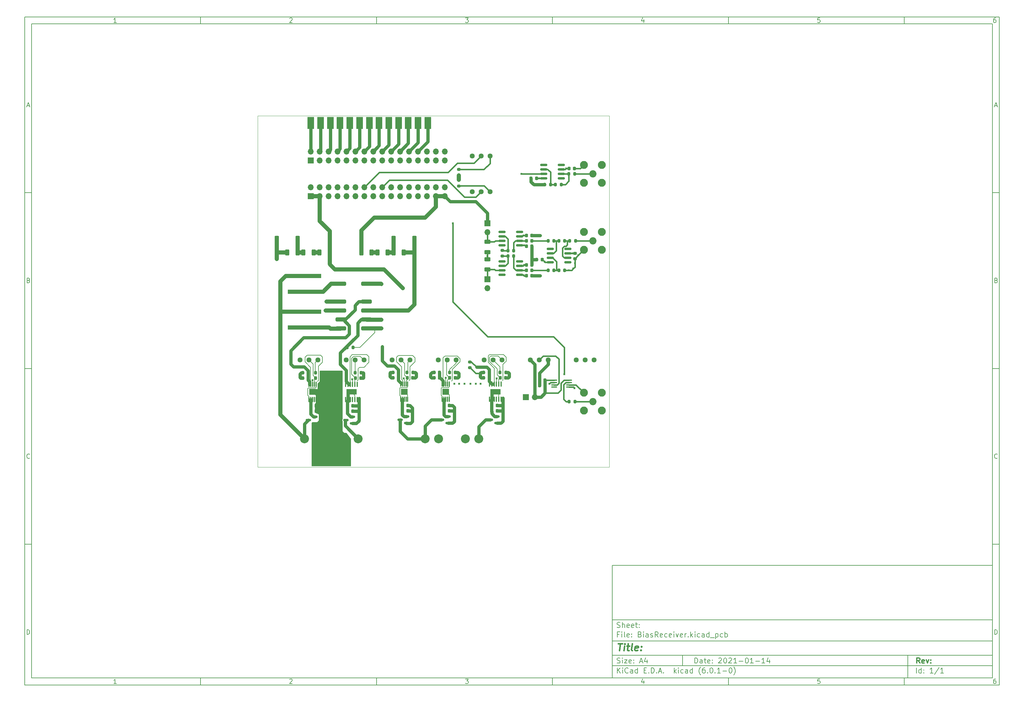
<source format=gbr>
G04 #@! TF.GenerationSoftware,KiCad,Pcbnew,(6.0.1-0)*
G04 #@! TF.CreationDate,2022-01-25T00:00:43-08:00*
G04 #@! TF.ProjectId,BiasReceiver,42696173-5265-4636-9569-7665722e6b69,rev?*
G04 #@! TF.SameCoordinates,Original*
G04 #@! TF.FileFunction,Copper,L1,Top*
G04 #@! TF.FilePolarity,Positive*
%FSLAX46Y46*%
G04 Gerber Fmt 4.6, Leading zero omitted, Abs format (unit mm)*
G04 Created by KiCad (PCBNEW (6.0.1-0)) date 2022-01-25 00:00:43*
%MOMM*%
%LPD*%
G01*
G04 APERTURE LIST*
G04 Aperture macros list*
%AMRoundRect*
0 Rectangle with rounded corners*
0 $1 Rounding radius*
0 $2 $3 $4 $5 $6 $7 $8 $9 X,Y pos of 4 corners*
0 Add a 4 corners polygon primitive as box body*
4,1,4,$2,$3,$4,$5,$6,$7,$8,$9,$2,$3,0*
0 Add four circle primitives for the rounded corners*
1,1,$1+$1,$2,$3*
1,1,$1+$1,$4,$5*
1,1,$1+$1,$6,$7*
1,1,$1+$1,$8,$9*
0 Add four rect primitives between the rounded corners*
20,1,$1+$1,$2,$3,$4,$5,0*
20,1,$1+$1,$4,$5,$6,$7,0*
20,1,$1+$1,$6,$7,$8,$9,0*
20,1,$1+$1,$8,$9,$2,$3,0*%
G04 Aperture macros list end*
%ADD10C,0.100000*%
%ADD11C,0.150000*%
%ADD12C,0.300000*%
%ADD13C,0.400000*%
G04 #@! TA.AperFunction,Profile*
%ADD14C,0.050000*%
G04 #@! TD*
G04 #@! TA.AperFunction,SMDPad,CuDef*
%ADD15RoundRect,0.225000X0.225000X0.250000X-0.225000X0.250000X-0.225000X-0.250000X0.225000X-0.250000X0*%
G04 #@! TD*
G04 #@! TA.AperFunction,ComponentPad*
%ADD16C,2.050000*%
G04 #@! TD*
G04 #@! TA.AperFunction,ComponentPad*
%ADD17C,2.250000*%
G04 #@! TD*
G04 #@! TA.AperFunction,SMDPad,CuDef*
%ADD18RoundRect,0.225000X-0.250000X0.225000X-0.250000X-0.225000X0.250000X-0.225000X0.250000X0.225000X0*%
G04 #@! TD*
G04 #@! TA.AperFunction,SMDPad,CuDef*
%ADD19RoundRect,0.200000X0.200000X0.275000X-0.200000X0.275000X-0.200000X-0.275000X0.200000X-0.275000X0*%
G04 #@! TD*
G04 #@! TA.AperFunction,SMDPad,CuDef*
%ADD20RoundRect,0.200000X-0.275000X0.200000X-0.275000X-0.200000X0.275000X-0.200000X0.275000X0.200000X0*%
G04 #@! TD*
G04 #@! TA.AperFunction,SMDPad,CuDef*
%ADD21RoundRect,0.200000X-0.200000X-0.275000X0.200000X-0.275000X0.200000X0.275000X-0.200000X0.275000X0*%
G04 #@! TD*
G04 #@! TA.AperFunction,SMDPad,CuDef*
%ADD22R,1.550000X1.300000*%
G04 #@! TD*
G04 #@! TA.AperFunction,ComponentPad*
%ADD23C,2.540000*%
G04 #@! TD*
G04 #@! TA.AperFunction,SMDPad,CuDef*
%ADD24RoundRect,0.150000X0.587500X0.150000X-0.587500X0.150000X-0.587500X-0.150000X0.587500X-0.150000X0*%
G04 #@! TD*
G04 #@! TA.AperFunction,SMDPad,CuDef*
%ADD25RoundRect,0.225000X-0.225000X-0.250000X0.225000X-0.250000X0.225000X0.250000X-0.225000X0.250000X0*%
G04 #@! TD*
G04 #@! TA.AperFunction,SMDPad,CuDef*
%ADD26RoundRect,0.250000X-0.312500X-0.625000X0.312500X-0.625000X0.312500X0.625000X-0.312500X0.625000X0*%
G04 #@! TD*
G04 #@! TA.AperFunction,SMDPad,CuDef*
%ADD27RoundRect,0.150000X-0.825000X-0.150000X0.825000X-0.150000X0.825000X0.150000X-0.825000X0.150000X0*%
G04 #@! TD*
G04 #@! TA.AperFunction,ComponentPad*
%ADD28R,1.700000X1.700000*%
G04 #@! TD*
G04 #@! TA.AperFunction,ComponentPad*
%ADD29O,1.700000X1.700000*%
G04 #@! TD*
G04 #@! TA.AperFunction,ComponentPad*
%ADD30C,1.440000*%
G04 #@! TD*
G04 #@! TA.AperFunction,SMDPad,CuDef*
%ADD31RoundRect,0.075000X0.075000X-0.650000X0.075000X0.650000X-0.075000X0.650000X-0.075000X-0.650000X0*%
G04 #@! TD*
G04 #@! TA.AperFunction,SMDPad,CuDef*
%ADD32R,1.880000X1.680000*%
G04 #@! TD*
G04 #@! TA.AperFunction,SMDPad,CuDef*
%ADD33RoundRect,0.250000X0.625000X-0.312500X0.625000X0.312500X-0.625000X0.312500X-0.625000X-0.312500X0*%
G04 #@! TD*
G04 #@! TA.AperFunction,SMDPad,CuDef*
%ADD34RoundRect,0.250000X-0.362500X-1.425000X0.362500X-1.425000X0.362500X1.425000X-0.362500X1.425000X0*%
G04 #@! TD*
G04 #@! TA.AperFunction,SMDPad,CuDef*
%ADD35RoundRect,0.100000X0.100000X-0.625000X0.100000X0.625000X-0.100000X0.625000X-0.100000X-0.625000X0*%
G04 #@! TD*
G04 #@! TA.AperFunction,SMDPad,CuDef*
%ADD36R,2.850000X1.650000*%
G04 #@! TD*
G04 #@! TA.AperFunction,SMDPad,CuDef*
%ADD37RoundRect,0.200000X0.275000X-0.200000X0.275000X0.200000X-0.275000X0.200000X-0.275000X-0.200000X0*%
G04 #@! TD*
G04 #@! TA.AperFunction,SMDPad,CuDef*
%ADD38RoundRect,0.249750X-1.250250X0.305250X-1.250250X-0.305250X1.250250X-0.305250X1.250250X0.305250X0*%
G04 #@! TD*
G04 #@! TA.AperFunction,SMDPad,CuDef*
%ADD39RoundRect,0.100000X-0.712500X-0.100000X0.712500X-0.100000X0.712500X0.100000X-0.712500X0.100000X0*%
G04 #@! TD*
G04 #@! TA.AperFunction,SMDPad,CuDef*
%ADD40R,1.846667X3.480000*%
G04 #@! TD*
G04 #@! TA.AperFunction,ViaPad*
%ADD41C,0.609600*%
G04 #@! TD*
G04 #@! TA.AperFunction,ViaPad*
%ADD42C,0.762000*%
G04 #@! TD*
G04 #@! TA.AperFunction,Conductor*
%ADD43C,0.152400*%
G04 #@! TD*
G04 #@! TA.AperFunction,Conductor*
%ADD44C,0.914400*%
G04 #@! TD*
G04 #@! TA.AperFunction,Conductor*
%ADD45C,0.406400*%
G04 #@! TD*
G04 #@! TA.AperFunction,Conductor*
%ADD46C,0.200000*%
G04 #@! TD*
G04 #@! TA.AperFunction,Conductor*
%ADD47C,1.219200*%
G04 #@! TD*
G04 #@! TA.AperFunction,Conductor*
%ADD48C,0.203200*%
G04 #@! TD*
G04 APERTURE END LIST*
D10*
D11*
X177002200Y-166007200D02*
X177002200Y-198007200D01*
X285002200Y-198007200D01*
X285002200Y-166007200D01*
X177002200Y-166007200D01*
D10*
D11*
X10000000Y-10000000D02*
X10000000Y-200007200D01*
X287002200Y-200007200D01*
X287002200Y-10000000D01*
X10000000Y-10000000D01*
D10*
D11*
X12000000Y-12000000D02*
X12000000Y-198007200D01*
X285002200Y-198007200D01*
X285002200Y-12000000D01*
X12000000Y-12000000D01*
D10*
D11*
X60000000Y-12000000D02*
X60000000Y-10000000D01*
D10*
D11*
X110000000Y-12000000D02*
X110000000Y-10000000D01*
D10*
D11*
X160000000Y-12000000D02*
X160000000Y-10000000D01*
D10*
D11*
X210000000Y-12000000D02*
X210000000Y-10000000D01*
D10*
D11*
X260000000Y-12000000D02*
X260000000Y-10000000D01*
D10*
D11*
X36065476Y-11588095D02*
X35322619Y-11588095D01*
X35694047Y-11588095D02*
X35694047Y-10288095D01*
X35570238Y-10473809D01*
X35446428Y-10597619D01*
X35322619Y-10659523D01*
D10*
D11*
X85322619Y-10411904D02*
X85384523Y-10350000D01*
X85508333Y-10288095D01*
X85817857Y-10288095D01*
X85941666Y-10350000D01*
X86003571Y-10411904D01*
X86065476Y-10535714D01*
X86065476Y-10659523D01*
X86003571Y-10845238D01*
X85260714Y-11588095D01*
X86065476Y-11588095D01*
D10*
D11*
X135260714Y-10288095D02*
X136065476Y-10288095D01*
X135632142Y-10783333D01*
X135817857Y-10783333D01*
X135941666Y-10845238D01*
X136003571Y-10907142D01*
X136065476Y-11030952D01*
X136065476Y-11340476D01*
X136003571Y-11464285D01*
X135941666Y-11526190D01*
X135817857Y-11588095D01*
X135446428Y-11588095D01*
X135322619Y-11526190D01*
X135260714Y-11464285D01*
D10*
D11*
X185941666Y-10721428D02*
X185941666Y-11588095D01*
X185632142Y-10226190D02*
X185322619Y-11154761D01*
X186127380Y-11154761D01*
D10*
D11*
X236003571Y-10288095D02*
X235384523Y-10288095D01*
X235322619Y-10907142D01*
X235384523Y-10845238D01*
X235508333Y-10783333D01*
X235817857Y-10783333D01*
X235941666Y-10845238D01*
X236003571Y-10907142D01*
X236065476Y-11030952D01*
X236065476Y-11340476D01*
X236003571Y-11464285D01*
X235941666Y-11526190D01*
X235817857Y-11588095D01*
X235508333Y-11588095D01*
X235384523Y-11526190D01*
X235322619Y-11464285D01*
D10*
D11*
X285941666Y-10288095D02*
X285694047Y-10288095D01*
X285570238Y-10350000D01*
X285508333Y-10411904D01*
X285384523Y-10597619D01*
X285322619Y-10845238D01*
X285322619Y-11340476D01*
X285384523Y-11464285D01*
X285446428Y-11526190D01*
X285570238Y-11588095D01*
X285817857Y-11588095D01*
X285941666Y-11526190D01*
X286003571Y-11464285D01*
X286065476Y-11340476D01*
X286065476Y-11030952D01*
X286003571Y-10907142D01*
X285941666Y-10845238D01*
X285817857Y-10783333D01*
X285570238Y-10783333D01*
X285446428Y-10845238D01*
X285384523Y-10907142D01*
X285322619Y-11030952D01*
D10*
D11*
X60000000Y-198007200D02*
X60000000Y-200007200D01*
D10*
D11*
X110000000Y-198007200D02*
X110000000Y-200007200D01*
D10*
D11*
X160000000Y-198007200D02*
X160000000Y-200007200D01*
D10*
D11*
X210000000Y-198007200D02*
X210000000Y-200007200D01*
D10*
D11*
X260000000Y-198007200D02*
X260000000Y-200007200D01*
D10*
D11*
X36065476Y-199595295D02*
X35322619Y-199595295D01*
X35694047Y-199595295D02*
X35694047Y-198295295D01*
X35570238Y-198481009D01*
X35446428Y-198604819D01*
X35322619Y-198666723D01*
D10*
D11*
X85322619Y-198419104D02*
X85384523Y-198357200D01*
X85508333Y-198295295D01*
X85817857Y-198295295D01*
X85941666Y-198357200D01*
X86003571Y-198419104D01*
X86065476Y-198542914D01*
X86065476Y-198666723D01*
X86003571Y-198852438D01*
X85260714Y-199595295D01*
X86065476Y-199595295D01*
D10*
D11*
X135260714Y-198295295D02*
X136065476Y-198295295D01*
X135632142Y-198790533D01*
X135817857Y-198790533D01*
X135941666Y-198852438D01*
X136003571Y-198914342D01*
X136065476Y-199038152D01*
X136065476Y-199347676D01*
X136003571Y-199471485D01*
X135941666Y-199533390D01*
X135817857Y-199595295D01*
X135446428Y-199595295D01*
X135322619Y-199533390D01*
X135260714Y-199471485D01*
D10*
D11*
X185941666Y-198728628D02*
X185941666Y-199595295D01*
X185632142Y-198233390D02*
X185322619Y-199161961D01*
X186127380Y-199161961D01*
D10*
D11*
X236003571Y-198295295D02*
X235384523Y-198295295D01*
X235322619Y-198914342D01*
X235384523Y-198852438D01*
X235508333Y-198790533D01*
X235817857Y-198790533D01*
X235941666Y-198852438D01*
X236003571Y-198914342D01*
X236065476Y-199038152D01*
X236065476Y-199347676D01*
X236003571Y-199471485D01*
X235941666Y-199533390D01*
X235817857Y-199595295D01*
X235508333Y-199595295D01*
X235384523Y-199533390D01*
X235322619Y-199471485D01*
D10*
D11*
X285941666Y-198295295D02*
X285694047Y-198295295D01*
X285570238Y-198357200D01*
X285508333Y-198419104D01*
X285384523Y-198604819D01*
X285322619Y-198852438D01*
X285322619Y-199347676D01*
X285384523Y-199471485D01*
X285446428Y-199533390D01*
X285570238Y-199595295D01*
X285817857Y-199595295D01*
X285941666Y-199533390D01*
X286003571Y-199471485D01*
X286065476Y-199347676D01*
X286065476Y-199038152D01*
X286003571Y-198914342D01*
X285941666Y-198852438D01*
X285817857Y-198790533D01*
X285570238Y-198790533D01*
X285446428Y-198852438D01*
X285384523Y-198914342D01*
X285322619Y-199038152D01*
D10*
D11*
X10000000Y-60000000D02*
X12000000Y-60000000D01*
D10*
D11*
X10000000Y-110000000D02*
X12000000Y-110000000D01*
D10*
D11*
X10000000Y-160000000D02*
X12000000Y-160000000D01*
D10*
D11*
X10690476Y-35216666D02*
X11309523Y-35216666D01*
X10566666Y-35588095D02*
X11000000Y-34288095D01*
X11433333Y-35588095D01*
D10*
D11*
X11092857Y-84907142D02*
X11278571Y-84969047D01*
X11340476Y-85030952D01*
X11402380Y-85154761D01*
X11402380Y-85340476D01*
X11340476Y-85464285D01*
X11278571Y-85526190D01*
X11154761Y-85588095D01*
X10659523Y-85588095D01*
X10659523Y-84288095D01*
X11092857Y-84288095D01*
X11216666Y-84350000D01*
X11278571Y-84411904D01*
X11340476Y-84535714D01*
X11340476Y-84659523D01*
X11278571Y-84783333D01*
X11216666Y-84845238D01*
X11092857Y-84907142D01*
X10659523Y-84907142D01*
D10*
D11*
X11402380Y-135464285D02*
X11340476Y-135526190D01*
X11154761Y-135588095D01*
X11030952Y-135588095D01*
X10845238Y-135526190D01*
X10721428Y-135402380D01*
X10659523Y-135278571D01*
X10597619Y-135030952D01*
X10597619Y-134845238D01*
X10659523Y-134597619D01*
X10721428Y-134473809D01*
X10845238Y-134350000D01*
X11030952Y-134288095D01*
X11154761Y-134288095D01*
X11340476Y-134350000D01*
X11402380Y-134411904D01*
D10*
D11*
X10659523Y-185588095D02*
X10659523Y-184288095D01*
X10969047Y-184288095D01*
X11154761Y-184350000D01*
X11278571Y-184473809D01*
X11340476Y-184597619D01*
X11402380Y-184845238D01*
X11402380Y-185030952D01*
X11340476Y-185278571D01*
X11278571Y-185402380D01*
X11154761Y-185526190D01*
X10969047Y-185588095D01*
X10659523Y-185588095D01*
D10*
D11*
X287002200Y-60000000D02*
X285002200Y-60000000D01*
D10*
D11*
X287002200Y-110000000D02*
X285002200Y-110000000D01*
D10*
D11*
X287002200Y-160000000D02*
X285002200Y-160000000D01*
D10*
D11*
X285692676Y-35216666D02*
X286311723Y-35216666D01*
X285568866Y-35588095D02*
X286002200Y-34288095D01*
X286435533Y-35588095D01*
D10*
D11*
X286095057Y-84907142D02*
X286280771Y-84969047D01*
X286342676Y-85030952D01*
X286404580Y-85154761D01*
X286404580Y-85340476D01*
X286342676Y-85464285D01*
X286280771Y-85526190D01*
X286156961Y-85588095D01*
X285661723Y-85588095D01*
X285661723Y-84288095D01*
X286095057Y-84288095D01*
X286218866Y-84350000D01*
X286280771Y-84411904D01*
X286342676Y-84535714D01*
X286342676Y-84659523D01*
X286280771Y-84783333D01*
X286218866Y-84845238D01*
X286095057Y-84907142D01*
X285661723Y-84907142D01*
D10*
D11*
X286404580Y-135464285D02*
X286342676Y-135526190D01*
X286156961Y-135588095D01*
X286033152Y-135588095D01*
X285847438Y-135526190D01*
X285723628Y-135402380D01*
X285661723Y-135278571D01*
X285599819Y-135030952D01*
X285599819Y-134845238D01*
X285661723Y-134597619D01*
X285723628Y-134473809D01*
X285847438Y-134350000D01*
X286033152Y-134288095D01*
X286156961Y-134288095D01*
X286342676Y-134350000D01*
X286404580Y-134411904D01*
D10*
D11*
X285661723Y-185588095D02*
X285661723Y-184288095D01*
X285971247Y-184288095D01*
X286156961Y-184350000D01*
X286280771Y-184473809D01*
X286342676Y-184597619D01*
X286404580Y-184845238D01*
X286404580Y-185030952D01*
X286342676Y-185278571D01*
X286280771Y-185402380D01*
X286156961Y-185526190D01*
X285971247Y-185588095D01*
X285661723Y-185588095D01*
D10*
D11*
X200434342Y-193785771D02*
X200434342Y-192285771D01*
X200791485Y-192285771D01*
X201005771Y-192357200D01*
X201148628Y-192500057D01*
X201220057Y-192642914D01*
X201291485Y-192928628D01*
X201291485Y-193142914D01*
X201220057Y-193428628D01*
X201148628Y-193571485D01*
X201005771Y-193714342D01*
X200791485Y-193785771D01*
X200434342Y-193785771D01*
X202577200Y-193785771D02*
X202577200Y-193000057D01*
X202505771Y-192857200D01*
X202362914Y-192785771D01*
X202077200Y-192785771D01*
X201934342Y-192857200D01*
X202577200Y-193714342D02*
X202434342Y-193785771D01*
X202077200Y-193785771D01*
X201934342Y-193714342D01*
X201862914Y-193571485D01*
X201862914Y-193428628D01*
X201934342Y-193285771D01*
X202077200Y-193214342D01*
X202434342Y-193214342D01*
X202577200Y-193142914D01*
X203077200Y-192785771D02*
X203648628Y-192785771D01*
X203291485Y-192285771D02*
X203291485Y-193571485D01*
X203362914Y-193714342D01*
X203505771Y-193785771D01*
X203648628Y-193785771D01*
X204720057Y-193714342D02*
X204577200Y-193785771D01*
X204291485Y-193785771D01*
X204148628Y-193714342D01*
X204077200Y-193571485D01*
X204077200Y-193000057D01*
X204148628Y-192857200D01*
X204291485Y-192785771D01*
X204577200Y-192785771D01*
X204720057Y-192857200D01*
X204791485Y-193000057D01*
X204791485Y-193142914D01*
X204077200Y-193285771D01*
X205434342Y-193642914D02*
X205505771Y-193714342D01*
X205434342Y-193785771D01*
X205362914Y-193714342D01*
X205434342Y-193642914D01*
X205434342Y-193785771D01*
X205434342Y-192857200D02*
X205505771Y-192928628D01*
X205434342Y-193000057D01*
X205362914Y-192928628D01*
X205434342Y-192857200D01*
X205434342Y-193000057D01*
X207220057Y-192428628D02*
X207291485Y-192357200D01*
X207434342Y-192285771D01*
X207791485Y-192285771D01*
X207934342Y-192357200D01*
X208005771Y-192428628D01*
X208077200Y-192571485D01*
X208077200Y-192714342D01*
X208005771Y-192928628D01*
X207148628Y-193785771D01*
X208077200Y-193785771D01*
X209005771Y-192285771D02*
X209148628Y-192285771D01*
X209291485Y-192357200D01*
X209362914Y-192428628D01*
X209434342Y-192571485D01*
X209505771Y-192857200D01*
X209505771Y-193214342D01*
X209434342Y-193500057D01*
X209362914Y-193642914D01*
X209291485Y-193714342D01*
X209148628Y-193785771D01*
X209005771Y-193785771D01*
X208862914Y-193714342D01*
X208791485Y-193642914D01*
X208720057Y-193500057D01*
X208648628Y-193214342D01*
X208648628Y-192857200D01*
X208720057Y-192571485D01*
X208791485Y-192428628D01*
X208862914Y-192357200D01*
X209005771Y-192285771D01*
X210077200Y-192428628D02*
X210148628Y-192357200D01*
X210291485Y-192285771D01*
X210648628Y-192285771D01*
X210791485Y-192357200D01*
X210862914Y-192428628D01*
X210934342Y-192571485D01*
X210934342Y-192714342D01*
X210862914Y-192928628D01*
X210005771Y-193785771D01*
X210934342Y-193785771D01*
X212362914Y-193785771D02*
X211505771Y-193785771D01*
X211934342Y-193785771D02*
X211934342Y-192285771D01*
X211791485Y-192500057D01*
X211648628Y-192642914D01*
X211505771Y-192714342D01*
X213005771Y-193214342D02*
X214148628Y-193214342D01*
X215148628Y-192285771D02*
X215291485Y-192285771D01*
X215434342Y-192357200D01*
X215505771Y-192428628D01*
X215577200Y-192571485D01*
X215648628Y-192857200D01*
X215648628Y-193214342D01*
X215577200Y-193500057D01*
X215505771Y-193642914D01*
X215434342Y-193714342D01*
X215291485Y-193785771D01*
X215148628Y-193785771D01*
X215005771Y-193714342D01*
X214934342Y-193642914D01*
X214862914Y-193500057D01*
X214791485Y-193214342D01*
X214791485Y-192857200D01*
X214862914Y-192571485D01*
X214934342Y-192428628D01*
X215005771Y-192357200D01*
X215148628Y-192285771D01*
X217077200Y-193785771D02*
X216220057Y-193785771D01*
X216648628Y-193785771D02*
X216648628Y-192285771D01*
X216505771Y-192500057D01*
X216362914Y-192642914D01*
X216220057Y-192714342D01*
X217720057Y-193214342D02*
X218862914Y-193214342D01*
X220362914Y-193785771D02*
X219505771Y-193785771D01*
X219934342Y-193785771D02*
X219934342Y-192285771D01*
X219791485Y-192500057D01*
X219648628Y-192642914D01*
X219505771Y-192714342D01*
X221648628Y-192785771D02*
X221648628Y-193785771D01*
X221291485Y-192214342D02*
X220934342Y-193285771D01*
X221862914Y-193285771D01*
D10*
D11*
X177002200Y-194507200D02*
X285002200Y-194507200D01*
D10*
D11*
X178434342Y-196585771D02*
X178434342Y-195085771D01*
X179291485Y-196585771D02*
X178648628Y-195728628D01*
X179291485Y-195085771D02*
X178434342Y-195942914D01*
X179934342Y-196585771D02*
X179934342Y-195585771D01*
X179934342Y-195085771D02*
X179862914Y-195157200D01*
X179934342Y-195228628D01*
X180005771Y-195157200D01*
X179934342Y-195085771D01*
X179934342Y-195228628D01*
X181505771Y-196442914D02*
X181434342Y-196514342D01*
X181220057Y-196585771D01*
X181077200Y-196585771D01*
X180862914Y-196514342D01*
X180720057Y-196371485D01*
X180648628Y-196228628D01*
X180577200Y-195942914D01*
X180577200Y-195728628D01*
X180648628Y-195442914D01*
X180720057Y-195300057D01*
X180862914Y-195157200D01*
X181077200Y-195085771D01*
X181220057Y-195085771D01*
X181434342Y-195157200D01*
X181505771Y-195228628D01*
X182791485Y-196585771D02*
X182791485Y-195800057D01*
X182720057Y-195657200D01*
X182577200Y-195585771D01*
X182291485Y-195585771D01*
X182148628Y-195657200D01*
X182791485Y-196514342D02*
X182648628Y-196585771D01*
X182291485Y-196585771D01*
X182148628Y-196514342D01*
X182077200Y-196371485D01*
X182077200Y-196228628D01*
X182148628Y-196085771D01*
X182291485Y-196014342D01*
X182648628Y-196014342D01*
X182791485Y-195942914D01*
X184148628Y-196585771D02*
X184148628Y-195085771D01*
X184148628Y-196514342D02*
X184005771Y-196585771D01*
X183720057Y-196585771D01*
X183577200Y-196514342D01*
X183505771Y-196442914D01*
X183434342Y-196300057D01*
X183434342Y-195871485D01*
X183505771Y-195728628D01*
X183577200Y-195657200D01*
X183720057Y-195585771D01*
X184005771Y-195585771D01*
X184148628Y-195657200D01*
X186005771Y-195800057D02*
X186505771Y-195800057D01*
X186720057Y-196585771D02*
X186005771Y-196585771D01*
X186005771Y-195085771D01*
X186720057Y-195085771D01*
X187362914Y-196442914D02*
X187434342Y-196514342D01*
X187362914Y-196585771D01*
X187291485Y-196514342D01*
X187362914Y-196442914D01*
X187362914Y-196585771D01*
X188077200Y-196585771D02*
X188077200Y-195085771D01*
X188434342Y-195085771D01*
X188648628Y-195157200D01*
X188791485Y-195300057D01*
X188862914Y-195442914D01*
X188934342Y-195728628D01*
X188934342Y-195942914D01*
X188862914Y-196228628D01*
X188791485Y-196371485D01*
X188648628Y-196514342D01*
X188434342Y-196585771D01*
X188077200Y-196585771D01*
X189577200Y-196442914D02*
X189648628Y-196514342D01*
X189577200Y-196585771D01*
X189505771Y-196514342D01*
X189577200Y-196442914D01*
X189577200Y-196585771D01*
X190220057Y-196157200D02*
X190934342Y-196157200D01*
X190077200Y-196585771D02*
X190577200Y-195085771D01*
X191077200Y-196585771D01*
X191577200Y-196442914D02*
X191648628Y-196514342D01*
X191577200Y-196585771D01*
X191505771Y-196514342D01*
X191577200Y-196442914D01*
X191577200Y-196585771D01*
X194577200Y-196585771D02*
X194577200Y-195085771D01*
X194720057Y-196014342D02*
X195148628Y-196585771D01*
X195148628Y-195585771D02*
X194577200Y-196157200D01*
X195791485Y-196585771D02*
X195791485Y-195585771D01*
X195791485Y-195085771D02*
X195720057Y-195157200D01*
X195791485Y-195228628D01*
X195862914Y-195157200D01*
X195791485Y-195085771D01*
X195791485Y-195228628D01*
X197148628Y-196514342D02*
X197005771Y-196585771D01*
X196720057Y-196585771D01*
X196577200Y-196514342D01*
X196505771Y-196442914D01*
X196434342Y-196300057D01*
X196434342Y-195871485D01*
X196505771Y-195728628D01*
X196577200Y-195657200D01*
X196720057Y-195585771D01*
X197005771Y-195585771D01*
X197148628Y-195657200D01*
X198434342Y-196585771D02*
X198434342Y-195800057D01*
X198362914Y-195657200D01*
X198220057Y-195585771D01*
X197934342Y-195585771D01*
X197791485Y-195657200D01*
X198434342Y-196514342D02*
X198291485Y-196585771D01*
X197934342Y-196585771D01*
X197791485Y-196514342D01*
X197720057Y-196371485D01*
X197720057Y-196228628D01*
X197791485Y-196085771D01*
X197934342Y-196014342D01*
X198291485Y-196014342D01*
X198434342Y-195942914D01*
X199791485Y-196585771D02*
X199791485Y-195085771D01*
X199791485Y-196514342D02*
X199648628Y-196585771D01*
X199362914Y-196585771D01*
X199220057Y-196514342D01*
X199148628Y-196442914D01*
X199077200Y-196300057D01*
X199077200Y-195871485D01*
X199148628Y-195728628D01*
X199220057Y-195657200D01*
X199362914Y-195585771D01*
X199648628Y-195585771D01*
X199791485Y-195657200D01*
X202077200Y-197157200D02*
X202005771Y-197085771D01*
X201862914Y-196871485D01*
X201791485Y-196728628D01*
X201720057Y-196514342D01*
X201648628Y-196157200D01*
X201648628Y-195871485D01*
X201720057Y-195514342D01*
X201791485Y-195300057D01*
X201862914Y-195157200D01*
X202005771Y-194942914D01*
X202077200Y-194871485D01*
X203291485Y-195085771D02*
X203005771Y-195085771D01*
X202862914Y-195157200D01*
X202791485Y-195228628D01*
X202648628Y-195442914D01*
X202577200Y-195728628D01*
X202577200Y-196300057D01*
X202648628Y-196442914D01*
X202720057Y-196514342D01*
X202862914Y-196585771D01*
X203148628Y-196585771D01*
X203291485Y-196514342D01*
X203362914Y-196442914D01*
X203434342Y-196300057D01*
X203434342Y-195942914D01*
X203362914Y-195800057D01*
X203291485Y-195728628D01*
X203148628Y-195657200D01*
X202862914Y-195657200D01*
X202720057Y-195728628D01*
X202648628Y-195800057D01*
X202577200Y-195942914D01*
X204077200Y-196442914D02*
X204148628Y-196514342D01*
X204077200Y-196585771D01*
X204005771Y-196514342D01*
X204077200Y-196442914D01*
X204077200Y-196585771D01*
X205077200Y-195085771D02*
X205220057Y-195085771D01*
X205362914Y-195157200D01*
X205434342Y-195228628D01*
X205505771Y-195371485D01*
X205577200Y-195657200D01*
X205577200Y-196014342D01*
X205505771Y-196300057D01*
X205434342Y-196442914D01*
X205362914Y-196514342D01*
X205220057Y-196585771D01*
X205077200Y-196585771D01*
X204934342Y-196514342D01*
X204862914Y-196442914D01*
X204791485Y-196300057D01*
X204720057Y-196014342D01*
X204720057Y-195657200D01*
X204791485Y-195371485D01*
X204862914Y-195228628D01*
X204934342Y-195157200D01*
X205077200Y-195085771D01*
X206220057Y-196442914D02*
X206291485Y-196514342D01*
X206220057Y-196585771D01*
X206148628Y-196514342D01*
X206220057Y-196442914D01*
X206220057Y-196585771D01*
X207720057Y-196585771D02*
X206862914Y-196585771D01*
X207291485Y-196585771D02*
X207291485Y-195085771D01*
X207148628Y-195300057D01*
X207005771Y-195442914D01*
X206862914Y-195514342D01*
X208362914Y-196014342D02*
X209505771Y-196014342D01*
X210505771Y-195085771D02*
X210648628Y-195085771D01*
X210791485Y-195157200D01*
X210862914Y-195228628D01*
X210934342Y-195371485D01*
X211005771Y-195657200D01*
X211005771Y-196014342D01*
X210934342Y-196300057D01*
X210862914Y-196442914D01*
X210791485Y-196514342D01*
X210648628Y-196585771D01*
X210505771Y-196585771D01*
X210362914Y-196514342D01*
X210291485Y-196442914D01*
X210220057Y-196300057D01*
X210148628Y-196014342D01*
X210148628Y-195657200D01*
X210220057Y-195371485D01*
X210291485Y-195228628D01*
X210362914Y-195157200D01*
X210505771Y-195085771D01*
X211505771Y-197157200D02*
X211577200Y-197085771D01*
X211720057Y-196871485D01*
X211791485Y-196728628D01*
X211862914Y-196514342D01*
X211934342Y-196157200D01*
X211934342Y-195871485D01*
X211862914Y-195514342D01*
X211791485Y-195300057D01*
X211720057Y-195157200D01*
X211577200Y-194942914D01*
X211505771Y-194871485D01*
D10*
D11*
X177002200Y-191507200D02*
X285002200Y-191507200D01*
D10*
D12*
X264411485Y-193785771D02*
X263911485Y-193071485D01*
X263554342Y-193785771D02*
X263554342Y-192285771D01*
X264125771Y-192285771D01*
X264268628Y-192357200D01*
X264340057Y-192428628D01*
X264411485Y-192571485D01*
X264411485Y-192785771D01*
X264340057Y-192928628D01*
X264268628Y-193000057D01*
X264125771Y-193071485D01*
X263554342Y-193071485D01*
X265625771Y-193714342D02*
X265482914Y-193785771D01*
X265197200Y-193785771D01*
X265054342Y-193714342D01*
X264982914Y-193571485D01*
X264982914Y-193000057D01*
X265054342Y-192857200D01*
X265197200Y-192785771D01*
X265482914Y-192785771D01*
X265625771Y-192857200D01*
X265697200Y-193000057D01*
X265697200Y-193142914D01*
X264982914Y-193285771D01*
X266197200Y-192785771D02*
X266554342Y-193785771D01*
X266911485Y-192785771D01*
X267482914Y-193642914D02*
X267554342Y-193714342D01*
X267482914Y-193785771D01*
X267411485Y-193714342D01*
X267482914Y-193642914D01*
X267482914Y-193785771D01*
X267482914Y-192857200D02*
X267554342Y-192928628D01*
X267482914Y-193000057D01*
X267411485Y-192928628D01*
X267482914Y-192857200D01*
X267482914Y-193000057D01*
D10*
D11*
X178362914Y-193714342D02*
X178577200Y-193785771D01*
X178934342Y-193785771D01*
X179077200Y-193714342D01*
X179148628Y-193642914D01*
X179220057Y-193500057D01*
X179220057Y-193357200D01*
X179148628Y-193214342D01*
X179077200Y-193142914D01*
X178934342Y-193071485D01*
X178648628Y-193000057D01*
X178505771Y-192928628D01*
X178434342Y-192857200D01*
X178362914Y-192714342D01*
X178362914Y-192571485D01*
X178434342Y-192428628D01*
X178505771Y-192357200D01*
X178648628Y-192285771D01*
X179005771Y-192285771D01*
X179220057Y-192357200D01*
X179862914Y-193785771D02*
X179862914Y-192785771D01*
X179862914Y-192285771D02*
X179791485Y-192357200D01*
X179862914Y-192428628D01*
X179934342Y-192357200D01*
X179862914Y-192285771D01*
X179862914Y-192428628D01*
X180434342Y-192785771D02*
X181220057Y-192785771D01*
X180434342Y-193785771D01*
X181220057Y-193785771D01*
X182362914Y-193714342D02*
X182220057Y-193785771D01*
X181934342Y-193785771D01*
X181791485Y-193714342D01*
X181720057Y-193571485D01*
X181720057Y-193000057D01*
X181791485Y-192857200D01*
X181934342Y-192785771D01*
X182220057Y-192785771D01*
X182362914Y-192857200D01*
X182434342Y-193000057D01*
X182434342Y-193142914D01*
X181720057Y-193285771D01*
X183077200Y-193642914D02*
X183148628Y-193714342D01*
X183077200Y-193785771D01*
X183005771Y-193714342D01*
X183077200Y-193642914D01*
X183077200Y-193785771D01*
X183077200Y-192857200D02*
X183148628Y-192928628D01*
X183077200Y-193000057D01*
X183005771Y-192928628D01*
X183077200Y-192857200D01*
X183077200Y-193000057D01*
X184862914Y-193357200D02*
X185577200Y-193357200D01*
X184720057Y-193785771D02*
X185220057Y-192285771D01*
X185720057Y-193785771D01*
X186862914Y-192785771D02*
X186862914Y-193785771D01*
X186505771Y-192214342D02*
X186148628Y-193285771D01*
X187077200Y-193285771D01*
D10*
D11*
X263434342Y-196585771D02*
X263434342Y-195085771D01*
X264791485Y-196585771D02*
X264791485Y-195085771D01*
X264791485Y-196514342D02*
X264648628Y-196585771D01*
X264362914Y-196585771D01*
X264220057Y-196514342D01*
X264148628Y-196442914D01*
X264077200Y-196300057D01*
X264077200Y-195871485D01*
X264148628Y-195728628D01*
X264220057Y-195657200D01*
X264362914Y-195585771D01*
X264648628Y-195585771D01*
X264791485Y-195657200D01*
X265505771Y-196442914D02*
X265577200Y-196514342D01*
X265505771Y-196585771D01*
X265434342Y-196514342D01*
X265505771Y-196442914D01*
X265505771Y-196585771D01*
X265505771Y-195657200D02*
X265577200Y-195728628D01*
X265505771Y-195800057D01*
X265434342Y-195728628D01*
X265505771Y-195657200D01*
X265505771Y-195800057D01*
X268148628Y-196585771D02*
X267291485Y-196585771D01*
X267720057Y-196585771D02*
X267720057Y-195085771D01*
X267577200Y-195300057D01*
X267434342Y-195442914D01*
X267291485Y-195514342D01*
X269862914Y-195014342D02*
X268577200Y-196942914D01*
X271148628Y-196585771D02*
X270291485Y-196585771D01*
X270720057Y-196585771D02*
X270720057Y-195085771D01*
X270577200Y-195300057D01*
X270434342Y-195442914D01*
X270291485Y-195514342D01*
D10*
D11*
X177002200Y-187507200D02*
X285002200Y-187507200D01*
D10*
D13*
X178714580Y-188211961D02*
X179857438Y-188211961D01*
X179036009Y-190211961D02*
X179286009Y-188211961D01*
X180274104Y-190211961D02*
X180440771Y-188878628D01*
X180524104Y-188211961D02*
X180416961Y-188307200D01*
X180500295Y-188402438D01*
X180607438Y-188307200D01*
X180524104Y-188211961D01*
X180500295Y-188402438D01*
X181107438Y-188878628D02*
X181869342Y-188878628D01*
X181476485Y-188211961D02*
X181262200Y-189926247D01*
X181333628Y-190116723D01*
X181512200Y-190211961D01*
X181702676Y-190211961D01*
X182655057Y-190211961D02*
X182476485Y-190116723D01*
X182405057Y-189926247D01*
X182619342Y-188211961D01*
X184190771Y-190116723D02*
X183988390Y-190211961D01*
X183607438Y-190211961D01*
X183428866Y-190116723D01*
X183357438Y-189926247D01*
X183452676Y-189164342D01*
X183571723Y-188973866D01*
X183774104Y-188878628D01*
X184155057Y-188878628D01*
X184333628Y-188973866D01*
X184405057Y-189164342D01*
X184381247Y-189354819D01*
X183405057Y-189545295D01*
X185155057Y-190021485D02*
X185238390Y-190116723D01*
X185131247Y-190211961D01*
X185047914Y-190116723D01*
X185155057Y-190021485D01*
X185131247Y-190211961D01*
X185286009Y-188973866D02*
X185369342Y-189069104D01*
X185262200Y-189164342D01*
X185178866Y-189069104D01*
X185286009Y-188973866D01*
X185262200Y-189164342D01*
D10*
D11*
X178934342Y-185600057D02*
X178434342Y-185600057D01*
X178434342Y-186385771D02*
X178434342Y-184885771D01*
X179148628Y-184885771D01*
X179720057Y-186385771D02*
X179720057Y-185385771D01*
X179720057Y-184885771D02*
X179648628Y-184957200D01*
X179720057Y-185028628D01*
X179791485Y-184957200D01*
X179720057Y-184885771D01*
X179720057Y-185028628D01*
X180648628Y-186385771D02*
X180505771Y-186314342D01*
X180434342Y-186171485D01*
X180434342Y-184885771D01*
X181791485Y-186314342D02*
X181648628Y-186385771D01*
X181362914Y-186385771D01*
X181220057Y-186314342D01*
X181148628Y-186171485D01*
X181148628Y-185600057D01*
X181220057Y-185457200D01*
X181362914Y-185385771D01*
X181648628Y-185385771D01*
X181791485Y-185457200D01*
X181862914Y-185600057D01*
X181862914Y-185742914D01*
X181148628Y-185885771D01*
X182505771Y-186242914D02*
X182577200Y-186314342D01*
X182505771Y-186385771D01*
X182434342Y-186314342D01*
X182505771Y-186242914D01*
X182505771Y-186385771D01*
X182505771Y-185457200D02*
X182577200Y-185528628D01*
X182505771Y-185600057D01*
X182434342Y-185528628D01*
X182505771Y-185457200D01*
X182505771Y-185600057D01*
X184862914Y-185600057D02*
X185077200Y-185671485D01*
X185148628Y-185742914D01*
X185220057Y-185885771D01*
X185220057Y-186100057D01*
X185148628Y-186242914D01*
X185077200Y-186314342D01*
X184934342Y-186385771D01*
X184362914Y-186385771D01*
X184362914Y-184885771D01*
X184862914Y-184885771D01*
X185005771Y-184957200D01*
X185077200Y-185028628D01*
X185148628Y-185171485D01*
X185148628Y-185314342D01*
X185077200Y-185457200D01*
X185005771Y-185528628D01*
X184862914Y-185600057D01*
X184362914Y-185600057D01*
X185862914Y-186385771D02*
X185862914Y-185385771D01*
X185862914Y-184885771D02*
X185791485Y-184957200D01*
X185862914Y-185028628D01*
X185934342Y-184957200D01*
X185862914Y-184885771D01*
X185862914Y-185028628D01*
X187220057Y-186385771D02*
X187220057Y-185600057D01*
X187148628Y-185457200D01*
X187005771Y-185385771D01*
X186720057Y-185385771D01*
X186577200Y-185457200D01*
X187220057Y-186314342D02*
X187077200Y-186385771D01*
X186720057Y-186385771D01*
X186577200Y-186314342D01*
X186505771Y-186171485D01*
X186505771Y-186028628D01*
X186577200Y-185885771D01*
X186720057Y-185814342D01*
X187077200Y-185814342D01*
X187220057Y-185742914D01*
X187862914Y-186314342D02*
X188005771Y-186385771D01*
X188291485Y-186385771D01*
X188434342Y-186314342D01*
X188505771Y-186171485D01*
X188505771Y-186100057D01*
X188434342Y-185957200D01*
X188291485Y-185885771D01*
X188077200Y-185885771D01*
X187934342Y-185814342D01*
X187862914Y-185671485D01*
X187862914Y-185600057D01*
X187934342Y-185457200D01*
X188077200Y-185385771D01*
X188291485Y-185385771D01*
X188434342Y-185457200D01*
X190005771Y-186385771D02*
X189505771Y-185671485D01*
X189148628Y-186385771D02*
X189148628Y-184885771D01*
X189720057Y-184885771D01*
X189862914Y-184957200D01*
X189934342Y-185028628D01*
X190005771Y-185171485D01*
X190005771Y-185385771D01*
X189934342Y-185528628D01*
X189862914Y-185600057D01*
X189720057Y-185671485D01*
X189148628Y-185671485D01*
X191220057Y-186314342D02*
X191077200Y-186385771D01*
X190791485Y-186385771D01*
X190648628Y-186314342D01*
X190577200Y-186171485D01*
X190577200Y-185600057D01*
X190648628Y-185457200D01*
X190791485Y-185385771D01*
X191077200Y-185385771D01*
X191220057Y-185457200D01*
X191291485Y-185600057D01*
X191291485Y-185742914D01*
X190577200Y-185885771D01*
X192577200Y-186314342D02*
X192434342Y-186385771D01*
X192148628Y-186385771D01*
X192005771Y-186314342D01*
X191934342Y-186242914D01*
X191862914Y-186100057D01*
X191862914Y-185671485D01*
X191934342Y-185528628D01*
X192005771Y-185457200D01*
X192148628Y-185385771D01*
X192434342Y-185385771D01*
X192577200Y-185457200D01*
X193791485Y-186314342D02*
X193648628Y-186385771D01*
X193362914Y-186385771D01*
X193220057Y-186314342D01*
X193148628Y-186171485D01*
X193148628Y-185600057D01*
X193220057Y-185457200D01*
X193362914Y-185385771D01*
X193648628Y-185385771D01*
X193791485Y-185457200D01*
X193862914Y-185600057D01*
X193862914Y-185742914D01*
X193148628Y-185885771D01*
X194505771Y-186385771D02*
X194505771Y-185385771D01*
X194505771Y-184885771D02*
X194434342Y-184957200D01*
X194505771Y-185028628D01*
X194577200Y-184957200D01*
X194505771Y-184885771D01*
X194505771Y-185028628D01*
X195077200Y-185385771D02*
X195434342Y-186385771D01*
X195791485Y-185385771D01*
X196934342Y-186314342D02*
X196791485Y-186385771D01*
X196505771Y-186385771D01*
X196362914Y-186314342D01*
X196291485Y-186171485D01*
X196291485Y-185600057D01*
X196362914Y-185457200D01*
X196505771Y-185385771D01*
X196791485Y-185385771D01*
X196934342Y-185457200D01*
X197005771Y-185600057D01*
X197005771Y-185742914D01*
X196291485Y-185885771D01*
X197648628Y-186385771D02*
X197648628Y-185385771D01*
X197648628Y-185671485D02*
X197720057Y-185528628D01*
X197791485Y-185457200D01*
X197934342Y-185385771D01*
X198077200Y-185385771D01*
X198577200Y-186242914D02*
X198648628Y-186314342D01*
X198577200Y-186385771D01*
X198505771Y-186314342D01*
X198577200Y-186242914D01*
X198577200Y-186385771D01*
X199291485Y-186385771D02*
X199291485Y-184885771D01*
X199434342Y-185814342D02*
X199862914Y-186385771D01*
X199862914Y-185385771D02*
X199291485Y-185957200D01*
X200505771Y-186385771D02*
X200505771Y-185385771D01*
X200505771Y-184885771D02*
X200434342Y-184957200D01*
X200505771Y-185028628D01*
X200577200Y-184957200D01*
X200505771Y-184885771D01*
X200505771Y-185028628D01*
X201862914Y-186314342D02*
X201720057Y-186385771D01*
X201434342Y-186385771D01*
X201291485Y-186314342D01*
X201220057Y-186242914D01*
X201148628Y-186100057D01*
X201148628Y-185671485D01*
X201220057Y-185528628D01*
X201291485Y-185457200D01*
X201434342Y-185385771D01*
X201720057Y-185385771D01*
X201862914Y-185457200D01*
X203148628Y-186385771D02*
X203148628Y-185600057D01*
X203077200Y-185457200D01*
X202934342Y-185385771D01*
X202648628Y-185385771D01*
X202505771Y-185457200D01*
X203148628Y-186314342D02*
X203005771Y-186385771D01*
X202648628Y-186385771D01*
X202505771Y-186314342D01*
X202434342Y-186171485D01*
X202434342Y-186028628D01*
X202505771Y-185885771D01*
X202648628Y-185814342D01*
X203005771Y-185814342D01*
X203148628Y-185742914D01*
X204505771Y-186385771D02*
X204505771Y-184885771D01*
X204505771Y-186314342D02*
X204362914Y-186385771D01*
X204077200Y-186385771D01*
X203934342Y-186314342D01*
X203862914Y-186242914D01*
X203791485Y-186100057D01*
X203791485Y-185671485D01*
X203862914Y-185528628D01*
X203934342Y-185457200D01*
X204077200Y-185385771D01*
X204362914Y-185385771D01*
X204505771Y-185457200D01*
X204862914Y-186528628D02*
X206005771Y-186528628D01*
X206362914Y-185385771D02*
X206362914Y-186885771D01*
X206362914Y-185457200D02*
X206505771Y-185385771D01*
X206791485Y-185385771D01*
X206934342Y-185457200D01*
X207005771Y-185528628D01*
X207077200Y-185671485D01*
X207077200Y-186100057D01*
X207005771Y-186242914D01*
X206934342Y-186314342D01*
X206791485Y-186385771D01*
X206505771Y-186385771D01*
X206362914Y-186314342D01*
X208362914Y-186314342D02*
X208220057Y-186385771D01*
X207934342Y-186385771D01*
X207791485Y-186314342D01*
X207720057Y-186242914D01*
X207648628Y-186100057D01*
X207648628Y-185671485D01*
X207720057Y-185528628D01*
X207791485Y-185457200D01*
X207934342Y-185385771D01*
X208220057Y-185385771D01*
X208362914Y-185457200D01*
X209005771Y-186385771D02*
X209005771Y-184885771D01*
X209005771Y-185457200D02*
X209148628Y-185385771D01*
X209434342Y-185385771D01*
X209577200Y-185457200D01*
X209648628Y-185528628D01*
X209720057Y-185671485D01*
X209720057Y-186100057D01*
X209648628Y-186242914D01*
X209577200Y-186314342D01*
X209434342Y-186385771D01*
X209148628Y-186385771D01*
X209005771Y-186314342D01*
D10*
D11*
X177002200Y-181507200D02*
X285002200Y-181507200D01*
D10*
D11*
X178362914Y-183614342D02*
X178577200Y-183685771D01*
X178934342Y-183685771D01*
X179077200Y-183614342D01*
X179148628Y-183542914D01*
X179220057Y-183400057D01*
X179220057Y-183257200D01*
X179148628Y-183114342D01*
X179077200Y-183042914D01*
X178934342Y-182971485D01*
X178648628Y-182900057D01*
X178505771Y-182828628D01*
X178434342Y-182757200D01*
X178362914Y-182614342D01*
X178362914Y-182471485D01*
X178434342Y-182328628D01*
X178505771Y-182257200D01*
X178648628Y-182185771D01*
X179005771Y-182185771D01*
X179220057Y-182257200D01*
X179862914Y-183685771D02*
X179862914Y-182185771D01*
X180505771Y-183685771D02*
X180505771Y-182900057D01*
X180434342Y-182757200D01*
X180291485Y-182685771D01*
X180077200Y-182685771D01*
X179934342Y-182757200D01*
X179862914Y-182828628D01*
X181791485Y-183614342D02*
X181648628Y-183685771D01*
X181362914Y-183685771D01*
X181220057Y-183614342D01*
X181148628Y-183471485D01*
X181148628Y-182900057D01*
X181220057Y-182757200D01*
X181362914Y-182685771D01*
X181648628Y-182685771D01*
X181791485Y-182757200D01*
X181862914Y-182900057D01*
X181862914Y-183042914D01*
X181148628Y-183185771D01*
X183077200Y-183614342D02*
X182934342Y-183685771D01*
X182648628Y-183685771D01*
X182505771Y-183614342D01*
X182434342Y-183471485D01*
X182434342Y-182900057D01*
X182505771Y-182757200D01*
X182648628Y-182685771D01*
X182934342Y-182685771D01*
X183077200Y-182757200D01*
X183148628Y-182900057D01*
X183148628Y-183042914D01*
X182434342Y-183185771D01*
X183577200Y-182685771D02*
X184148628Y-182685771D01*
X183791485Y-182185771D02*
X183791485Y-183471485D01*
X183862914Y-183614342D01*
X184005771Y-183685771D01*
X184148628Y-183685771D01*
X184648628Y-183542914D02*
X184720057Y-183614342D01*
X184648628Y-183685771D01*
X184577200Y-183614342D01*
X184648628Y-183542914D01*
X184648628Y-183685771D01*
X184648628Y-182757200D02*
X184720057Y-182828628D01*
X184648628Y-182900057D01*
X184577200Y-182828628D01*
X184648628Y-182757200D01*
X184648628Y-182900057D01*
D10*
D12*
D10*
D11*
D10*
D11*
D10*
D11*
D10*
D11*
D10*
D11*
X197002200Y-191507200D02*
X197002200Y-194507200D01*
D10*
D11*
X261002200Y-191507200D02*
X261002200Y-198007200D01*
D14*
X76200000Y-38100000D02*
X176149000Y-38100000D01*
X176149000Y-38100000D02*
X176149000Y-138049000D01*
X176149000Y-138049000D02*
X76200000Y-138049000D01*
X76200000Y-138049000D02*
X76200000Y-38100000D01*
D15*
G04 #@! TO.P,C5,1*
G04 #@! TO.N,/Vbias+*
X90564000Y-111188500D03*
G04 #@! TO.P,C5,2*
G04 #@! TO.N,GNDA*
X89014000Y-111188500D03*
G04 #@! TD*
D16*
G04 #@! TO.P,P1,1,In*
G04 #@! TO.N,Net-(P1-Pad1)*
X171450000Y-73660000D03*
D17*
G04 #@! TO.P,P1,2,Ext*
G04 #@! TO.N,GNDA*
X173990000Y-71120000D03*
X168910000Y-76200000D03*
X168910000Y-71120000D03*
X173990000Y-76200000D03*
G04 #@! TD*
D15*
G04 #@! TO.P,C20,1*
G04 #@! TO.N,VDDA*
X127902000Y-112649000D03*
G04 #@! TO.P,C20,2*
G04 #@! TO.N,GNDA*
X126352000Y-112649000D03*
G04 #@! TD*
G04 #@! TO.P,C35,1*
G04 #@! TO.N,VSSA*
X141999000Y-111125000D03*
G04 #@! TO.P,C35,2*
G04 #@! TO.N,GNDA*
X140449000Y-111125000D03*
G04 #@! TD*
G04 #@! TO.P,C25,1*
G04 #@! TO.N,Net-(C24-Pad1)*
X157874000Y-113284000D03*
G04 #@! TO.P,C25,2*
G04 #@! TO.N,GNDA*
X156324000Y-113284000D03*
G04 #@! TD*
D18*
G04 #@! TO.P,C31,1*
G04 #@! TO.N,VSSA*
X166370000Y-77216000D03*
G04 #@! TO.P,C31,2*
G04 #@! TO.N,GNDA*
X166370000Y-78766000D03*
G04 #@! TD*
D19*
G04 #@! TO.P,R17,1*
G04 #@! TO.N,GNDA*
X120332000Y-111125000D03*
G04 #@! TO.P,R17,2*
G04 #@! TO.N,Net-(R17-Pad2)*
X118682000Y-111125000D03*
G04 #@! TD*
D15*
G04 #@! TO.P,C28,1*
G04 #@! TO.N,VDDA*
X157049000Y-78994000D03*
G04 #@! TO.P,C28,2*
G04 #@! TO.N,GNDA*
X155499000Y-78994000D03*
G04 #@! TD*
D20*
G04 #@! TO.P,R9,1*
G04 #@! TO.N,Net-(R9-Pad1)*
X133350000Y-53404000D03*
G04 #@! TO.P,R9,2*
G04 #@! TO.N,/VDDchip*
X133350000Y-55054000D03*
G04 #@! TD*
G04 #@! TO.P,R30,1*
G04 #@! TO.N,VSSA*
X136525000Y-108141000D03*
G04 #@! TO.P,R30,2*
G04 #@! TO.N,GNDA*
X136525000Y-109791000D03*
G04 #@! TD*
D21*
G04 #@! TO.P,R31,1*
G04 #@! TO.N,Net-(R19-Pad2)*
X164910000Y-73660000D03*
G04 #@! TO.P,R31,2*
G04 #@! TO.N,Net-(P1-Pad1)*
X166560000Y-73660000D03*
G04 #@! TD*
D22*
G04 #@! TO.P,SW2,1,1*
G04 #@! TO.N,/V+5*
X85560000Y-83665500D03*
X93510000Y-83665500D03*
G04 #@! TO.P,SW2,2,2*
G04 #@! TO.N,Net-(K1-Pad1)*
X93510000Y-88165500D03*
X85560000Y-88165500D03*
G04 #@! TD*
D16*
G04 #@! TO.P,J11,1,In*
G04 #@! TO.N,Net-(J11-Pad1)*
X171450000Y-119380000D03*
D17*
G04 #@! TO.P,J11,2,Ext*
G04 #@! TO.N,GNDA*
X173990000Y-116840000D03*
X173990000Y-121920000D03*
X168910000Y-116840000D03*
X168910000Y-121920000D03*
G04 #@! TD*
D23*
G04 #@! TO.P,J3,1,Pin_1*
G04 #@! TO.N,/V+5*
X89535000Y-129971800D03*
G04 #@! TO.P,J3,2,Pin_2*
G04 #@! TO.N,GNDA*
X93345000Y-129971800D03*
G04 #@! TD*
D19*
G04 #@! TO.P,R12,1*
G04 #@! TO.N,Net-(J5-Pad1)*
X166306000Y-54610000D03*
G04 #@! TO.P,R12,2*
G04 #@! TO.N,Net-(R12-Pad2)*
X164656000Y-54610000D03*
G04 #@! TD*
D24*
G04 #@! TO.P,Q4,1,G*
G04 #@! TO.N,GNDA*
X130350500Y-125537000D03*
G04 #@! TO.P,Q4,2,S*
G04 #@! TO.N,Net-(C18-Pad1)*
X130350500Y-123637000D03*
G04 #@! TO.P,Q4,3,D*
G04 #@! TO.N,Net-(J7-Pad1)*
X128475500Y-124587000D03*
G04 #@! TD*
D25*
G04 #@! TO.P,C29,1*
G04 #@! TO.N,VSSA*
X152578000Y-75184000D03*
G04 #@! TO.P,C29,2*
G04 #@! TO.N,GNDA*
X154128000Y-75184000D03*
G04 #@! TD*
D26*
G04 #@! TO.P,R6,1*
G04 #@! TO.N,Net-(R6-Pad1)*
X89215500Y-77025500D03*
G04 #@! TO.P,R6,2*
G04 #@! TO.N,Net-(R5-Pad1)*
X92140500Y-77025500D03*
G04 #@! TD*
D27*
G04 #@! TO.P,U2,1*
G04 #@! TO.N,N/C*
X157545000Y-52070000D03*
G04 #@! TO.P,U2,2,-*
G04 #@! TO.N,Net-(R13-Pad1)*
X157545000Y-53340000D03*
G04 #@! TO.P,U2,3,+*
G04 #@! TO.N,/ChipOut*
X157545000Y-54610000D03*
G04 #@! TO.P,U2,4,V-*
G04 #@! TO.N,VSSA*
X157545000Y-55880000D03*
G04 #@! TO.P,U2,5*
G04 #@! TO.N,N/C*
X162495000Y-55880000D03*
G04 #@! TO.P,U2,6*
G04 #@! TO.N,Net-(R12-Pad2)*
X162495000Y-54610000D03*
G04 #@! TO.P,U2,7,V+*
G04 #@! TO.N,VDDA*
X162495000Y-53340000D03*
G04 #@! TO.P,U2,8,~{PD}*
G04 #@! TO.N,unconnected-(U2-Pad8)*
X162495000Y-52070000D03*
G04 #@! TD*
D28*
G04 #@! TO.P,J12,1,Pin_1*
G04 #@! TO.N,Net-(J12-Pad1)*
X141478000Y-84577000D03*
D29*
G04 #@! TO.P,J12,2,Pin_2*
G04 #@! TO.N,/Bias-*
X141478000Y-87117000D03*
G04 #@! TD*
D30*
G04 #@! TO.P,RV3,1,1*
G04 #@! TO.N,Net-(R11-Pad2)*
X93345000Y-107569000D03*
G04 #@! TO.P,RV3,2,2*
G04 #@! TO.N,Net-(C6-Pad1)*
X90805000Y-107569000D03*
G04 #@! TO.P,RV3,3,3*
G04 #@! TO.N,unconnected-(RV3-Pad3)*
X88265000Y-107569000D03*
G04 #@! TD*
D26*
G04 #@! TO.P,R4,1*
G04 #@! TO.N,/Bias+*
X105664000Y-77025500D03*
G04 #@! TO.P,R4,2*
G04 #@! TO.N,Net-(R3-Pad1)*
X108589000Y-77025500D03*
G04 #@! TD*
D25*
G04 #@! TO.P,C30,1*
G04 #@! TO.N,VSSA*
X152578000Y-83566000D03*
G04 #@! TO.P,C30,2*
G04 #@! TO.N,GNDA*
X154128000Y-83566000D03*
G04 #@! TD*
D19*
G04 #@! TO.P,R11,1*
G04 #@! TO.N,GNDA*
X94297000Y-111188500D03*
G04 #@! TO.P,R11,2*
G04 #@! TO.N,Net-(R11-Pad2)*
X92647000Y-111188500D03*
G04 #@! TD*
D21*
G04 #@! TO.P,R16,1*
G04 #@! TO.N,/Vbias-*
X101664000Y-104013000D03*
G04 #@! TO.P,R16,2*
G04 #@! TO.N,GNDA*
X103314000Y-104013000D03*
G04 #@! TD*
D30*
G04 #@! TO.P,RV5,1,1*
G04 #@! TO.N,Net-(R17-Pad2)*
X119507000Y-107569000D03*
G04 #@! TO.P,RV5,2,2*
G04 #@! TO.N,Net-(C17-Pad1)*
X116967000Y-107569000D03*
G04 #@! TO.P,RV5,3,3*
G04 #@! TO.N,unconnected-(RV5-Pad3)*
X114427000Y-107569000D03*
G04 #@! TD*
D24*
G04 #@! TO.P,Q5,1,G*
G04 #@! TO.N,GNDA*
X144193500Y-125537000D03*
G04 #@! TO.P,Q5,2,S*
G04 #@! TO.N,Net-(C32-Pad1)*
X144193500Y-123637000D03*
G04 #@! TO.P,Q5,3,D*
G04 #@! TO.N,Net-(J10-Pad2)*
X142318500Y-124587000D03*
G04 #@! TD*
D15*
G04 #@! TO.P,C7,1*
G04 #@! TO.N,VSSA*
X155461000Y-55880000D03*
G04 #@! TO.P,C7,2*
G04 #@! TO.N,GNDA*
X153911000Y-55880000D03*
G04 #@! TD*
D25*
G04 #@! TO.P,C37,1*
G04 #@! TO.N,Net-(C37-Pad1)*
X145148000Y-112649000D03*
G04 #@! TO.P,C37,2*
G04 #@! TO.N,GNDA*
X146698000Y-112649000D03*
G04 #@! TD*
D30*
G04 #@! TO.P,RV4,1,1*
G04 #@! TO.N,Net-(C12-Pad1)*
X106426000Y-107569000D03*
G04 #@! TO.P,RV4,2,2*
G04 #@! TO.N,Net-(R15-Pad1)*
X103886000Y-107569000D03*
G04 #@! TO.P,RV4,3,3*
G04 #@! TO.N,unconnected-(RV4-Pad3)*
X101346000Y-107569000D03*
G04 #@! TD*
D25*
G04 #@! TO.P,C32,1*
G04 #@! TO.N,Net-(C32-Pad1)*
X142735000Y-122047000D03*
G04 #@! TO.P,C32,2*
G04 #@! TO.N,GNDA*
X144285000Y-122047000D03*
G04 #@! TD*
D26*
G04 #@! TO.P,R7,1*
G04 #@! TO.N,Net-(K1-Pad4)*
X84643500Y-77025500D03*
G04 #@! TO.P,R7,2*
G04 #@! TO.N,Net-(R6-Pad1)*
X87568500Y-77025500D03*
G04 #@! TD*
D28*
G04 #@! TO.P,J8,1,Pin_1*
G04 #@! TO.N,/Bias+*
X141478000Y-68702000D03*
D29*
G04 #@! TO.P,J8,2,Pin_2*
G04 #@! TO.N,Net-(J8-Pad2)*
X141478000Y-71242000D03*
G04 #@! TD*
D27*
G04 #@! TO.P,U7,1*
G04 #@! TO.N,N/C*
X159387000Y-75946000D03*
G04 #@! TO.P,U7,2,-*
G04 #@! TO.N,Net-(R18-Pad2)*
X159387000Y-77216000D03*
G04 #@! TO.P,U7,3,+*
G04 #@! TO.N,Net-(R27-Pad1)*
X159387000Y-78486000D03*
G04 #@! TO.P,U7,4,V-*
G04 #@! TO.N,VDDA*
X159387000Y-79756000D03*
G04 #@! TO.P,U7,5*
G04 #@! TO.N,N/C*
X164337000Y-79756000D03*
G04 #@! TO.P,U7,6*
G04 #@! TO.N,Net-(R19-Pad2)*
X164337000Y-78486000D03*
G04 #@! TO.P,U7,7,V+*
G04 #@! TO.N,VSSA*
X164337000Y-77216000D03*
G04 #@! TO.P,U7,8,~{PD}*
G04 #@! TO.N,unconnected-(U7-Pad8)*
X164337000Y-75946000D03*
G04 #@! TD*
D23*
G04 #@! TO.P,J7,1,Pin_1*
G04 #@! TO.N,Net-(J7-Pad1)*
X123825000Y-129971800D03*
G04 #@! TO.P,J7,2,Pin_2*
G04 #@! TO.N,GNDA*
X127635000Y-129971800D03*
G04 #@! TD*
D15*
G04 #@! TO.P,C15,1*
G04 #@! TO.N,/VDDchip*
X116218000Y-112649000D03*
G04 #@! TO.P,C15,2*
G04 #@! TO.N,GNDA*
X114668000Y-112649000D03*
G04 #@! TD*
D31*
G04 #@! TO.P,U4,1,IN*
G04 #@! TO.N,Net-(C13-Pad1)*
X116856000Y-118736000D03*
G04 #@! TO.P,U4,2,IN*
X117356000Y-118736000D03*
G04 #@! TO.P,U4,3,EN/UV*
X117856000Y-118736000D03*
G04 #@! TO.P,U4,4,PG*
G04 #@! TO.N,unconnected-(U4-Pad4)*
X118356000Y-118736000D03*
G04 #@! TO.P,U4,5,ILIM*
G04 #@! TO.N,GNDA*
X118856000Y-118736000D03*
G04 #@! TO.P,U4,6,PGFB*
G04 #@! TO.N,Net-(C13-Pad1)*
X118856000Y-114436000D03*
G04 #@! TO.P,U4,7,SET*
G04 #@! TO.N,Net-(C17-Pad1)*
X118356000Y-114436000D03*
G04 #@! TO.P,U4,8,GND*
G04 #@! TO.N,GNDA*
X117856000Y-114436000D03*
G04 #@! TO.P,U4,9,OUTS*
G04 #@! TO.N,/VDDchip*
X117356000Y-114436000D03*
G04 #@! TO.P,U4,10,OUT*
X116856000Y-114436000D03*
D32*
G04 #@! TO.P,U4,11,GND*
G04 #@! TO.N,GNDA*
X117856000Y-116586000D03*
G04 #@! TD*
D25*
G04 #@! TO.P,C33,1*
G04 #@! TO.N,Net-(C32-Pad1)*
X142735000Y-120523000D03*
G04 #@! TO.P,C33,2*
G04 #@! TO.N,GNDA*
X144285000Y-120523000D03*
G04 #@! TD*
D23*
G04 #@! TO.P,J10,1,Pin_1*
G04 #@! TO.N,GNDA*
X135255000Y-129971800D03*
G04 #@! TO.P,J10,2,Pin_2*
G04 #@! TO.N,Net-(J10-Pad2)*
X139065000Y-129971800D03*
G04 #@! TD*
D33*
G04 #@! TO.P,R22,1*
G04 #@! TO.N,GNDA*
X141478000Y-76900500D03*
G04 #@! TO.P,R22,2*
G04 #@! TO.N,Net-(J8-Pad2)*
X141478000Y-73975500D03*
G04 #@! TD*
D34*
G04 #@! TO.P,R8,1*
G04 #@! TO.N,Net-(K1-Pad4)*
X81619500Y-73977500D03*
G04 #@! TO.P,R8,2*
G04 #@! TO.N,Net-(R6-Pad1)*
X87544500Y-73977500D03*
G04 #@! TD*
D28*
G04 #@! TO.P,J2,1*
G04 #@! TO.N,/D14*
X91313000Y-50800000D03*
D29*
G04 #@! TO.P,J2,2*
G04 #@! TO.N,/D1*
X91313000Y-48260000D03*
G04 #@! TO.P,J2,3*
G04 #@! TO.N,/D15*
X93853000Y-50800000D03*
G04 #@! TO.P,J2,4*
G04 #@! TO.N,/D2*
X93853000Y-48260000D03*
G04 #@! TO.P,J2,5*
G04 #@! TO.N,/D16*
X96393000Y-50800000D03*
G04 #@! TO.P,J2,6*
G04 #@! TO.N,/D3*
X96393000Y-48260000D03*
G04 #@! TO.P,J2,7*
G04 #@! TO.N,/D17*
X98933000Y-50800000D03*
G04 #@! TO.P,J2,8*
G04 #@! TO.N,/D4*
X98933000Y-48260000D03*
G04 #@! TO.P,J2,9*
G04 #@! TO.N,/D18*
X101473000Y-50800000D03*
G04 #@! TO.P,J2,10*
G04 #@! TO.N,/D5*
X101473000Y-48260000D03*
G04 #@! TO.P,J2,11*
G04 #@! TO.N,/D19*
X104013000Y-50800000D03*
G04 #@! TO.P,J2,12*
G04 #@! TO.N,/D6*
X104013000Y-48260000D03*
G04 #@! TO.P,J2,13*
G04 #@! TO.N,/D20*
X106553000Y-50800000D03*
G04 #@! TO.P,J2,14*
G04 #@! TO.N,/D7*
X106553000Y-48260000D03*
G04 #@! TO.P,J2,15*
G04 #@! TO.N,/D21*
X109093000Y-50800000D03*
G04 #@! TO.P,J2,16*
G04 #@! TO.N,/D8*
X109093000Y-48260000D03*
G04 #@! TO.P,J2,17*
G04 #@! TO.N,/D22*
X111633000Y-50800000D03*
G04 #@! TO.P,J2,18*
G04 #@! TO.N,/D9*
X111633000Y-48260000D03*
G04 #@! TO.P,J2,19*
G04 #@! TO.N,/D23*
X114173000Y-50800000D03*
G04 #@! TO.P,J2,20*
G04 #@! TO.N,/D10*
X114173000Y-48260000D03*
G04 #@! TO.P,J2,21*
G04 #@! TO.N,/D24*
X116713000Y-50800000D03*
G04 #@! TO.P,J2,22*
G04 #@! TO.N,/D11*
X116713000Y-48260000D03*
G04 #@! TO.P,J2,23*
G04 #@! TO.N,/D25*
X119253000Y-50800000D03*
G04 #@! TO.P,J2,24*
G04 #@! TO.N,/D12*
X119253000Y-48260000D03*
G04 #@! TO.P,J2,25*
G04 #@! TO.N,/D26*
X121793000Y-50800000D03*
G04 #@! TO.P,J2,26*
G04 #@! TO.N,/D13*
X121793000Y-48260000D03*
G04 #@! TO.P,J2,27*
G04 #@! TO.N,unconnected-(J2-Pad27)*
X124333000Y-50800000D03*
G04 #@! TO.P,J2,28*
G04 #@! TO.N,unconnected-(J2-Pad28)*
X124333000Y-48260000D03*
G04 #@! TO.P,J2,29*
G04 #@! TO.N,unconnected-(J2-Pad29)*
X126873000Y-50800000D03*
G04 #@! TO.P,J2,30*
G04 #@! TO.N,unconnected-(J2-Pad30)*
X126873000Y-48260000D03*
G04 #@! TO.P,J2,31*
G04 #@! TO.N,unconnected-(J2-Pad31)*
X129413000Y-50800000D03*
G04 #@! TO.P,J2,32*
G04 #@! TO.N,unconnected-(J2-Pad32)*
X129413000Y-48260000D03*
G04 #@! TD*
D21*
G04 #@! TO.P,R18,1*
G04 #@! TO.N,Net-(C22-Pad2)*
X158751000Y-73660000D03*
G04 #@! TO.P,R18,2*
G04 #@! TO.N,Net-(R18-Pad2)*
X160401000Y-73660000D03*
G04 #@! TD*
D28*
G04 #@! TO.P,J4,1*
G04 #@! TO.N,/Bias-*
X91313000Y-60960000D03*
D29*
G04 #@! TO.P,J4,2*
G04 #@! TO.N,unconnected-(J4-Pad2)*
X91313000Y-58420000D03*
G04 #@! TO.P,J4,3*
G04 #@! TO.N,/Bias-*
X93853000Y-60960000D03*
G04 #@! TO.P,J4,4*
G04 #@! TO.N,unconnected-(J4-Pad4)*
X93853000Y-58420000D03*
G04 #@! TO.P,J4,5*
G04 #@! TO.N,unconnected-(J4-Pad5)*
X96393000Y-60960000D03*
G04 #@! TO.P,J4,6*
G04 #@! TO.N,unconnected-(J4-Pad6)*
X96393000Y-58420000D03*
G04 #@! TO.P,J4,7*
G04 #@! TO.N,unconnected-(J4-Pad7)*
X98933000Y-60960000D03*
G04 #@! TO.P,J4,8*
G04 #@! TO.N,unconnected-(J4-Pad8)*
X98933000Y-58420000D03*
G04 #@! TO.P,J4,9*
G04 #@! TO.N,unconnected-(J4-Pad9)*
X101473000Y-60960000D03*
G04 #@! TO.P,J4,10*
G04 #@! TO.N,unconnected-(J4-Pad10)*
X101473000Y-58420000D03*
G04 #@! TO.P,J4,11*
G04 #@! TO.N,unconnected-(J4-Pad11)*
X104013000Y-60960000D03*
G04 #@! TO.P,J4,12*
G04 #@! TO.N,GNDA*
X104013000Y-58420000D03*
G04 #@! TO.P,J4,13*
G04 #@! TO.N,/VDDchip*
X106553000Y-60960000D03*
G04 #@! TO.P,J4,14*
G04 #@! TO.N,/ChipBias1*
X106553000Y-58420000D03*
G04 #@! TO.P,J4,15*
G04 #@! TO.N,/VDDchip*
X109093000Y-60960000D03*
G04 #@! TO.P,J4,16*
G04 #@! TO.N,GNDA*
X109093000Y-58420000D03*
G04 #@! TO.P,J4,17*
G04 #@! TO.N,/VDDchip*
X111633000Y-60960000D03*
G04 #@! TO.P,J4,18*
G04 #@! TO.N,/ChipBias2*
X111633000Y-58420000D03*
G04 #@! TO.P,J4,19*
G04 #@! TO.N,/VDDchip*
X114173000Y-60960000D03*
G04 #@! TO.P,J4,20*
X114173000Y-58420000D03*
G04 #@! TO.P,J4,21*
G04 #@! TO.N,/ChipOut*
X116713000Y-60960000D03*
G04 #@! TO.P,J4,22*
X116713000Y-58420000D03*
G04 #@! TO.P,J4,23*
G04 #@! TO.N,unconnected-(J4-Pad23)*
X119253000Y-60960000D03*
G04 #@! TO.P,J4,24*
G04 #@! TO.N,GNDA*
X119253000Y-58420000D03*
G04 #@! TO.P,J4,25*
G04 #@! TO.N,unconnected-(J4-Pad25)*
X121793000Y-60960000D03*
G04 #@! TO.P,J4,26*
G04 #@! TO.N,/Vreflect*
X121793000Y-58420000D03*
G04 #@! TO.P,J4,27*
G04 #@! TO.N,unconnected-(J4-Pad27)*
X124333000Y-60960000D03*
G04 #@! TO.P,J4,28*
G04 #@! TO.N,unconnected-(J4-Pad28)*
X124333000Y-58420000D03*
G04 #@! TO.P,J4,29*
G04 #@! TO.N,/Bias+*
X126873000Y-60960000D03*
G04 #@! TO.P,J4,30*
G04 #@! TO.N,unconnected-(J4-Pad30)*
X126873000Y-58420000D03*
G04 #@! TO.P,J4,31*
G04 #@! TO.N,/Bias+*
X129413000Y-60960000D03*
G04 #@! TO.P,J4,32*
G04 #@! TO.N,unconnected-(J4-Pad32)*
X129413000Y-58420000D03*
G04 #@! TD*
D35*
G04 #@! TO.P,U9,1,IN*
G04 #@! TO.N,Net-(C32-Pad1)*
X142139000Y-118736000D03*
G04 #@! TO.P,U9,2,IN*
X142789000Y-118736000D03*
G04 #@! TO.P,U9,3,EN/UV*
X143439000Y-118736000D03*
G04 #@! TO.P,U9,4,PG*
G04 #@! TO.N,unconnected-(U9-Pad4)*
X144089000Y-118736000D03*
G04 #@! TO.P,U9,5,PGFB*
G04 #@! TO.N,Net-(C32-Pad1)*
X144739000Y-118736000D03*
G04 #@! TO.P,U9,6,ILIM*
G04 #@! TO.N,GNDA*
X145389000Y-118736000D03*
G04 #@! TO.P,U9,7,VIOC*
G04 #@! TO.N,unconnected-(U9-Pad7)*
X145389000Y-114436000D03*
G04 #@! TO.P,U9,8,SET*
G04 #@! TO.N,Net-(C37-Pad1)*
X144739000Y-114436000D03*
G04 #@! TO.P,U9,9,GND*
G04 #@! TO.N,GNDA*
X144089000Y-114436000D03*
G04 #@! TO.P,U9,10,OUTS*
G04 #@! TO.N,VSSA*
X143439000Y-114436000D03*
G04 #@! TO.P,U9,11,OUT*
X142789000Y-114436000D03*
G04 #@! TO.P,U9,12,OUT*
X142139000Y-114436000D03*
D36*
G04 #@! TO.P,U9,13,IN*
G04 #@! TO.N,Net-(C32-Pad1)*
X143764000Y-116586000D03*
G04 #@! TD*
D24*
G04 #@! TO.P,Q2,1,G*
G04 #@! TO.N,GNDA*
X103172500Y-125600500D03*
G04 #@! TO.P,Q2,2,S*
G04 #@! TO.N,Net-(C8-Pad1)*
X103172500Y-123700500D03*
G04 #@! TO.P,Q2,3,D*
G04 #@! TO.N,/V-5*
X101297500Y-124650500D03*
G04 #@! TD*
D25*
G04 #@! TO.P,C18,1*
G04 #@! TO.N,Net-(C18-Pad1)*
X129146000Y-122047000D03*
G04 #@! TO.P,C18,2*
G04 #@! TO.N,GNDA*
X130696000Y-122047000D03*
G04 #@! TD*
D34*
G04 #@! TO.P,R2,1*
G04 #@! TO.N,Net-(R1-Pad1)*
X114832000Y-73914000D03*
G04 #@! TO.P,R2,2*
G04 #@! TO.N,Net-(K1-Pad9)*
X120757000Y-73914000D03*
G04 #@! TD*
D37*
G04 #@! TO.P,R23,1*
G04 #@! TO.N,Net-(R23-Pad1)*
X145733000Y-78041000D03*
G04 #@! TO.P,R23,2*
G04 #@! TO.N,Net-(R21-Pad1)*
X145733000Y-76391000D03*
G04 #@! TD*
D25*
G04 #@! TO.P,C2,1*
G04 #@! TO.N,Net-(C2-Pad1)*
X91300000Y-122110500D03*
G04 #@! TO.P,C2,2*
G04 #@! TO.N,GNDA*
X92850000Y-122110500D03*
G04 #@! TD*
G04 #@! TO.P,C8,1*
G04 #@! TO.N,Net-(C8-Pad1)*
X101714000Y-122110500D03*
G04 #@! TO.P,C8,2*
G04 #@! TO.N,GNDA*
X103264000Y-122110500D03*
G04 #@! TD*
D19*
G04 #@! TO.P,R20,1*
G04 #@! TO.N,GNDA*
X132397000Y-111125000D03*
G04 #@! TO.P,R20,2*
G04 #@! TO.N,Net-(R20-Pad2)*
X130747000Y-111125000D03*
G04 #@! TD*
D15*
G04 #@! TO.P,C21,1*
G04 #@! TO.N,VDDA*
X127902000Y-111125000D03*
G04 #@! TO.P,C21,2*
G04 #@! TO.N,GNDA*
X126352000Y-111125000D03*
G04 #@! TD*
D27*
G04 #@! TO.P,U6,1*
G04 #@! TO.N,N/C*
X145671000Y-71120000D03*
G04 #@! TO.P,U6,2,-*
G04 #@! TO.N,Net-(R21-Pad1)*
X145671000Y-72390000D03*
G04 #@! TO.P,U6,3,+*
G04 #@! TO.N,Net-(J8-Pad2)*
X145671000Y-73660000D03*
G04 #@! TO.P,U6,4*
G04 #@! TO.N,N/C*
X145671000Y-74930000D03*
G04 #@! TO.P,U6,5,V-*
G04 #@! TO.N,VSSA*
X150621000Y-74930000D03*
G04 #@! TO.P,U6,6,OUT*
G04 #@! TO.N,Net-(C22-Pad1)*
X150621000Y-73660000D03*
G04 #@! TO.P,U6,7,V+*
G04 #@! TO.N,VDDA*
X150621000Y-72390000D03*
G04 #@! TO.P,U6,8,~{SHDN}*
G04 #@! TO.N,unconnected-(U6-Pad8)*
X150621000Y-71120000D03*
G04 #@! TD*
D25*
G04 #@! TO.P,C6,1*
G04 #@! TO.N,Net-(C6-Pad1)*
X92697000Y-112712500D03*
G04 #@! TO.P,C6,2*
G04 #@! TO.N,GNDA*
X94247000Y-112712500D03*
G04 #@! TD*
D30*
G04 #@! TO.P,RV1,1,1*
G04 #@! TO.N,Net-(R9-Pad1)*
X142240000Y-49530000D03*
G04 #@! TO.P,RV1,2,2*
G04 #@! TO.N,/ChipBias1*
X139700000Y-49530000D03*
G04 #@! TO.P,RV1,3,3*
G04 #@! TO.N,unconnected-(RV1-Pad3)*
X137160000Y-49530000D03*
G04 #@! TD*
D25*
G04 #@! TO.P,C17,1*
G04 #@! TO.N,Net-(C17-Pad1)*
X118732000Y-112649000D03*
G04 #@! TO.P,C17,2*
G04 #@! TO.N,GNDA*
X120282000Y-112649000D03*
G04 #@! TD*
D30*
G04 #@! TO.P,RV7,1,1*
G04 #@! TO.N,GNDA*
X158750000Y-107569000D03*
G04 #@! TO.P,RV7,2,2*
G04 #@! TO.N,/VbiasN*
X156210000Y-107569000D03*
G04 #@! TO.P,RV7,3,3*
G04 #@! TO.N,Net-(C24-Pad1)*
X153670000Y-107569000D03*
G04 #@! TD*
D31*
G04 #@! TO.P,U5,1,IN*
G04 #@! TO.N,Net-(C18-Pad1)*
X128667000Y-118736000D03*
G04 #@! TO.P,U5,2,IN*
X129167000Y-118736000D03*
G04 #@! TO.P,U5,3,EN/UV*
X129667000Y-118736000D03*
G04 #@! TO.P,U5,4,PG*
G04 #@! TO.N,unconnected-(U5-Pad4)*
X130167000Y-118736000D03*
G04 #@! TO.P,U5,5,ILIM*
G04 #@! TO.N,GNDA*
X130667000Y-118736000D03*
G04 #@! TO.P,U5,6,PGFB*
G04 #@! TO.N,Net-(C18-Pad1)*
X130667000Y-114436000D03*
G04 #@! TO.P,U5,7,SET*
G04 #@! TO.N,Net-(C23-Pad1)*
X130167000Y-114436000D03*
G04 #@! TO.P,U5,8,GND*
G04 #@! TO.N,GNDA*
X129667000Y-114436000D03*
G04 #@! TO.P,U5,9,OUTS*
G04 #@! TO.N,VDDA*
X129167000Y-114436000D03*
G04 #@! TO.P,U5,10,OUT*
X128667000Y-114436000D03*
D32*
G04 #@! TO.P,U5,11,GND*
G04 #@! TO.N,GNDA*
X129667000Y-116586000D03*
G04 #@! TD*
D21*
G04 #@! TO.P,R29,1*
G04 #@! TO.N,Net-(R29-Pad1)*
X145098000Y-111125000D03*
G04 #@! TO.P,R29,2*
G04 #@! TO.N,GNDA*
X146748000Y-111125000D03*
G04 #@! TD*
D38*
G04 #@! TO.P,K1,1*
G04 #@! TO.N,Net-(K1-Pad1)*
X99860000Y-85915500D03*
G04 #@! TO.P,K1,3*
G04 #@! TO.N,/Vbias-*
X99860000Y-90995500D03*
G04 #@! TO.P,K1,4*
G04 #@! TO.N,Net-(K1-Pad4)*
X99860000Y-93535500D03*
G04 #@! TO.P,K1,5*
G04 #@! TO.N,/Vbias+*
X99860000Y-96075500D03*
G04 #@! TO.P,K1,6*
G04 #@! TO.N,Net-(K1-Pad6)*
X99860000Y-98615500D03*
G04 #@! TO.P,K1,7*
G04 #@! TO.N,GNDA*
X107150000Y-98615500D03*
G04 #@! TO.P,K1,8*
G04 #@! TO.N,/Vbias-*
X107150000Y-96075500D03*
G04 #@! TO.P,K1,9*
G04 #@! TO.N,Net-(K1-Pad9)*
X107150000Y-93535500D03*
G04 #@! TO.P,K1,10*
G04 #@! TO.N,/Vbias+*
X107150000Y-90995500D03*
G04 #@! TO.P,K1,12*
G04 #@! TO.N,GNDA*
X107150000Y-85915500D03*
G04 #@! TD*
D21*
G04 #@! TO.P,R15,1*
G04 #@! TO.N,Net-(R15-Pad1)*
X103950000Y-111188500D03*
G04 #@! TO.P,R15,2*
G04 #@! TO.N,GNDA*
X105600000Y-111188500D03*
G04 #@! TD*
D26*
G04 #@! TO.P,R5,1*
G04 #@! TO.N,Net-(R5-Pad1)*
X93787500Y-77025500D03*
G04 #@! TO.P,R5,2*
G04 #@! TO.N,/Bias-*
X96712500Y-77025500D03*
G04 #@! TD*
D21*
G04 #@! TO.P,R13,1*
G04 #@! TO.N,Net-(R13-Pad1)*
X160846000Y-57658000D03*
G04 #@! TO.P,R13,2*
G04 #@! TO.N,Net-(R12-Pad2)*
X162496000Y-57658000D03*
G04 #@! TD*
D25*
G04 #@! TO.P,C22,1*
G04 #@! TO.N,Net-(C22-Pad1)*
X152578000Y-73660000D03*
G04 #@! TO.P,C22,2*
G04 #@! TO.N,Net-(C22-Pad2)*
X154128000Y-73660000D03*
G04 #@! TD*
D30*
G04 #@! TO.P,RV9,1,1*
G04 #@! TO.N,Net-(C37-Pad1)*
X145669000Y-107569000D03*
G04 #@! TO.P,RV9,2,2*
G04 #@! TO.N,Net-(R29-Pad1)*
X143129000Y-107569000D03*
G04 #@! TO.P,RV9,3,3*
G04 #@! TO.N,unconnected-(RV9-Pad3)*
X140589000Y-107569000D03*
G04 #@! TD*
D25*
G04 #@! TO.P,C23,1*
G04 #@! TO.N,Net-(C23-Pad1)*
X130797000Y-112649000D03*
G04 #@! TO.P,C23,2*
G04 #@! TO.N,GNDA*
X132347000Y-112649000D03*
G04 #@! TD*
D16*
G04 #@! TO.P,J5,1,In*
G04 #@! TO.N,Net-(J5-Pad1)*
X171450000Y-54610000D03*
D17*
G04 #@! TO.P,J5,2,Ext*
G04 #@! TO.N,GNDA*
X168910000Y-52070000D03*
X168910000Y-57150000D03*
X173990000Y-57150000D03*
X173990000Y-52070000D03*
G04 #@! TD*
D15*
G04 #@! TO.P,C11,1*
G04 #@! TO.N,/Vbias-*
X101359000Y-111188500D03*
G04 #@! TO.P,C11,2*
G04 #@! TO.N,GNDA*
X99809000Y-111188500D03*
G04 #@! TD*
D21*
G04 #@! TO.P,R25,1*
G04 #@! TO.N,Net-(R25-Pad1)*
X164720000Y-119380000D03*
G04 #@! TO.P,R25,2*
G04 #@! TO.N,Net-(J11-Pad1)*
X166370000Y-119380000D03*
G04 #@! TD*
D15*
G04 #@! TO.P,C4,1*
G04 #@! TO.N,/Vbias+*
X90564000Y-112712500D03*
G04 #@! TO.P,C4,2*
G04 #@! TO.N,GNDA*
X89014000Y-112712500D03*
G04 #@! TD*
G04 #@! TO.P,C24,1*
G04 #@! TO.N,Net-(C24-Pad1)*
X157874000Y-114808000D03*
G04 #@! TO.P,C24,2*
G04 #@! TO.N,GNDA*
X156324000Y-114808000D03*
G04 #@! TD*
D35*
G04 #@! TO.P,U3,1,IN*
G04 #@! TO.N,Net-(C8-Pad1)*
X101245000Y-118799500D03*
G04 #@! TO.P,U3,2,IN*
X101895000Y-118799500D03*
G04 #@! TO.P,U3,3,EN/UV*
X102545000Y-118799500D03*
G04 #@! TO.P,U3,4,PG*
G04 #@! TO.N,unconnected-(U3-Pad4)*
X103195000Y-118799500D03*
G04 #@! TO.P,U3,5,PGFB*
G04 #@! TO.N,Net-(C8-Pad1)*
X103845000Y-118799500D03*
G04 #@! TO.P,U3,6,ILIM*
G04 #@! TO.N,GNDA*
X104495000Y-118799500D03*
G04 #@! TO.P,U3,7,VIOC*
G04 #@! TO.N,unconnected-(U3-Pad7)*
X104495000Y-114499500D03*
G04 #@! TO.P,U3,8,SET*
G04 #@! TO.N,Net-(C12-Pad1)*
X103845000Y-114499500D03*
G04 #@! TO.P,U3,9,GND*
G04 #@! TO.N,GNDA*
X103195000Y-114499500D03*
G04 #@! TO.P,U3,10,OUTS*
G04 #@! TO.N,/Vbias-*
X102545000Y-114499500D03*
G04 #@! TO.P,U3,11,OUT*
X101895000Y-114499500D03*
G04 #@! TO.P,U3,12,OUT*
X101245000Y-114499500D03*
D36*
G04 #@! TO.P,U3,13,IN*
G04 #@! TO.N,Net-(C8-Pad1)*
X102870000Y-116649500D03*
G04 #@! TD*
D15*
G04 #@! TO.P,C16,1*
G04 #@! TO.N,/VDDchip*
X116218000Y-111125000D03*
G04 #@! TO.P,C16,2*
G04 #@! TO.N,GNDA*
X114668000Y-111125000D03*
G04 #@! TD*
D30*
G04 #@! TO.P,RV6,1,1*
G04 #@! TO.N,Net-(R20-Pad2)*
X132588000Y-107569000D03*
G04 #@! TO.P,RV6,2,2*
G04 #@! TO.N,Net-(C23-Pad1)*
X130048000Y-107569000D03*
G04 #@! TO.P,RV6,3,3*
G04 #@! TO.N,unconnected-(RV6-Pad3)*
X127508000Y-107569000D03*
G04 #@! TD*
D26*
G04 #@! TO.P,R3,1*
G04 #@! TO.N,Net-(R3-Pad1)*
X110236000Y-77025500D03*
G04 #@! TO.P,R3,2*
G04 #@! TO.N,Net-(R1-Pad1)*
X113161000Y-77025500D03*
G04 #@! TD*
D37*
G04 #@! TO.P,R10,1*
G04 #@! TO.N,Net-(R10-Pad1)*
X133350000Y-58102000D03*
G04 #@! TO.P,R10,2*
G04 #@! TO.N,/VDDchip*
X133350000Y-56452000D03*
G04 #@! TD*
D25*
G04 #@! TO.P,C3,1*
G04 #@! TO.N,Net-(C2-Pad1)*
X91300000Y-120586500D03*
G04 #@! TO.P,C3,2*
G04 #@! TO.N,GNDA*
X92850000Y-120586500D03*
G04 #@! TD*
D21*
G04 #@! TO.P,R14,1*
G04 #@! TO.N,GNDA*
X157798000Y-57658000D03*
G04 #@! TO.P,R14,2*
G04 #@! TO.N,Net-(R13-Pad1)*
X159448000Y-57658000D03*
G04 #@! TD*
D15*
G04 #@! TO.P,C10,1*
G04 #@! TO.N,/Vbias-*
X101359000Y-112712500D03*
G04 #@! TO.P,C10,2*
G04 #@! TO.N,GNDA*
X99809000Y-112712500D03*
G04 #@! TD*
D21*
G04 #@! TO.P,R28,1*
G04 #@! TO.N,Net-(C36-Pad2)*
X158751000Y-82042000D03*
G04 #@! TO.P,R28,2*
G04 #@! TO.N,Net-(R27-Pad1)*
X160401000Y-82042000D03*
G04 #@! TD*
D39*
G04 #@! TO.P,U8,1,VCC*
G04 #@! TO.N,Net-(C24-Pad1)*
X160447500Y-113325000D03*
G04 #@! TO.P,U8,2,+*
G04 #@! TO.N,/Vreflect*
X160447500Y-113975000D03*
G04 #@! TO.P,U8,3,-*
G04 #@! TO.N,/VbiasN*
X160447500Y-114625000D03*
G04 #@! TO.P,U8,4,~{SHDN}*
G04 #@! TO.N,unconnected-(U8-Pad4)*
X160447500Y-115275000D03*
G04 #@! TO.P,U8,5,~{LE}*
G04 #@! TO.N,Net-(RV8-Pad1)*
X164672500Y-115275000D03*
G04 #@! TO.P,U8,6,VEE*
G04 #@! TO.N,GNDA*
X164672500Y-114625000D03*
G04 #@! TO.P,U8,7*
G04 #@! TO.N,Net-(R25-Pad1)*
X164672500Y-113975000D03*
G04 #@! TO.P,U8,8,VDD*
G04 #@! TO.N,Net-(C24-Pad1)*
X164672500Y-113325000D03*
G04 #@! TD*
D24*
G04 #@! TO.P,Q3,1,G*
G04 #@! TO.N,GNDA*
X118539500Y-125537000D03*
G04 #@! TO.P,Q3,2,S*
G04 #@! TO.N,Net-(C13-Pad1)*
X118539500Y-123637000D03*
G04 #@! TO.P,Q3,3,D*
G04 #@! TO.N,Net-(J7-Pad1)*
X116664500Y-124587000D03*
G04 #@! TD*
D27*
G04 #@! TO.P,U10,1*
G04 #@! TO.N,N/C*
X145671000Y-79502000D03*
G04 #@! TO.P,U10,2,-*
G04 #@! TO.N,Net-(R23-Pad1)*
X145671000Y-80772000D03*
G04 #@! TO.P,U10,3,+*
G04 #@! TO.N,Net-(J12-Pad1)*
X145671000Y-82042000D03*
G04 #@! TO.P,U10,4*
G04 #@! TO.N,N/C*
X145671000Y-83312000D03*
G04 #@! TO.P,U10,5,V-*
G04 #@! TO.N,VSSA*
X150621000Y-83312000D03*
G04 #@! TO.P,U10,6,OUT*
G04 #@! TO.N,Net-(C36-Pad1)*
X150621000Y-82042000D03*
G04 #@! TO.P,U10,7,V+*
G04 #@! TO.N,VDDA*
X150621000Y-80772000D03*
G04 #@! TO.P,U10,8,~{SHDN}*
G04 #@! TO.N,unconnected-(U10-Pad8)*
X150621000Y-79502000D03*
G04 #@! TD*
D25*
G04 #@! TO.P,C26,1*
G04 #@! TO.N,VDDA*
X152578000Y-72136000D03*
G04 #@! TO.P,C26,2*
G04 #@! TO.N,GNDA*
X154128000Y-72136000D03*
G04 #@! TD*
D40*
G04 #@! TO.P,J1,1,1*
G04 #@! TO.N,/D1*
X91330000Y-40132000D03*
G04 #@! TO.P,J1,2,2*
G04 #@! TO.N,/D2*
X94100000Y-40132000D03*
G04 #@! TO.P,J1,3,3*
G04 #@! TO.N,/D3*
X96870000Y-40132000D03*
G04 #@! TO.P,J1,4,4*
G04 #@! TO.N,/D4*
X99640000Y-40132000D03*
G04 #@! TO.P,J1,5,5*
G04 #@! TO.N,/D5*
X102410000Y-40132000D03*
G04 #@! TO.P,J1,6,6*
G04 #@! TO.N,/D6*
X105180000Y-40132000D03*
G04 #@! TO.P,J1,7,7*
G04 #@! TO.N,/D7*
X107950000Y-40132000D03*
G04 #@! TO.P,J1,8,8*
G04 #@! TO.N,/D8*
X110720000Y-40132000D03*
G04 #@! TO.P,J1,9,9*
G04 #@! TO.N,/D9*
X113490000Y-40132000D03*
G04 #@! TO.P,J1,10,10*
G04 #@! TO.N,/D10*
X116260000Y-40132000D03*
G04 #@! TO.P,J1,11,11*
G04 #@! TO.N,/D11*
X119030000Y-40132000D03*
G04 #@! TO.P,J1,12,12*
G04 #@! TO.N,/D12*
X121800000Y-40132000D03*
G04 #@! TO.P,J1,13,13*
G04 #@! TO.N,/D13*
X124570000Y-40132000D03*
G04 #@! TD*
D21*
G04 #@! TO.P,R27,1*
G04 #@! TO.N,Net-(R27-Pad1)*
X161799000Y-82042000D03*
G04 #@! TO.P,R27,2*
G04 #@! TO.N,GNDA*
X163449000Y-82042000D03*
G04 #@! TD*
D30*
G04 #@! TO.P,RV8,1,1*
G04 #@! TO.N,Net-(RV8-Pad1)*
X171831000Y-107569000D03*
G04 #@! TO.P,RV8,2,2*
X169291000Y-107569000D03*
G04 #@! TO.P,RV8,3,3*
G04 #@! TO.N,GNDA*
X166751000Y-107569000D03*
G04 #@! TD*
D25*
G04 #@! TO.P,C9,1*
G04 #@! TO.N,Net-(C8-Pad1)*
X101714000Y-120586500D03*
G04 #@! TO.P,C9,2*
G04 #@! TO.N,GNDA*
X103264000Y-120586500D03*
G04 #@! TD*
D22*
G04 #@! TO.P,SW1,1,1*
G04 #@! TO.N,/V+5*
X85560000Y-93825500D03*
X93510000Y-93825500D03*
G04 #@! TO.P,SW1,2,2*
G04 #@! TO.N,Net-(K1-Pad6)*
X93510000Y-98325500D03*
X85560000Y-98325500D03*
G04 #@! TD*
D25*
G04 #@! TO.P,C1,1*
G04 #@! TO.N,VDDA*
X164706000Y-53086000D03*
G04 #@! TO.P,C1,2*
G04 #@! TO.N,GNDA*
X166256000Y-53086000D03*
G04 #@! TD*
G04 #@! TO.P,C12,1*
G04 #@! TO.N,Net-(C12-Pad1)*
X104000000Y-112712500D03*
G04 #@! TO.P,C12,2*
G04 #@! TO.N,GNDA*
X105550000Y-112712500D03*
G04 #@! TD*
G04 #@! TO.P,C36,1*
G04 #@! TO.N,Net-(C36-Pad1)*
X152578000Y-82042000D03*
G04 #@! TO.P,C36,2*
G04 #@! TO.N,Net-(C36-Pad2)*
X154128000Y-82042000D03*
G04 #@! TD*
D23*
G04 #@! TO.P,J6,1,Pin_1*
G04 #@! TO.N,GNDA*
X100965000Y-129971800D03*
G04 #@! TO.P,J6,2,Pin_2*
G04 #@! TO.N,/V-5*
X104775000Y-129971800D03*
G04 #@! TD*
D30*
G04 #@! TO.P,RV2,1,1*
G04 #@! TO.N,Net-(R10-Pad1)*
X142240000Y-59690000D03*
G04 #@! TO.P,RV2,2,2*
G04 #@! TO.N,/ChipBias2*
X139700000Y-59690000D03*
G04 #@! TO.P,RV2,3,3*
G04 #@! TO.N,unconnected-(RV2-Pad3)*
X137160000Y-59690000D03*
G04 #@! TD*
D21*
G04 #@! TO.P,R19,1*
G04 #@! TO.N,Net-(R18-Pad2)*
X161799000Y-73660000D03*
G04 #@! TO.P,R19,2*
G04 #@! TO.N,Net-(R19-Pad2)*
X163449000Y-73660000D03*
G04 #@! TD*
D31*
G04 #@! TO.P,U1,1,IN*
G04 #@! TO.N,Net-(C2-Pad1)*
X90821000Y-118799500D03*
G04 #@! TO.P,U1,2,IN*
X91321000Y-118799500D03*
G04 #@! TO.P,U1,3,EN/UV*
X91821000Y-118799500D03*
G04 #@! TO.P,U1,4,PG*
G04 #@! TO.N,unconnected-(U1-Pad4)*
X92321000Y-118799500D03*
G04 #@! TO.P,U1,5,ILIM*
G04 #@! TO.N,GNDA*
X92821000Y-118799500D03*
G04 #@! TO.P,U1,6,PGFB*
G04 #@! TO.N,Net-(C2-Pad1)*
X92821000Y-114499500D03*
G04 #@! TO.P,U1,7,SET*
G04 #@! TO.N,Net-(C6-Pad1)*
X92321000Y-114499500D03*
G04 #@! TO.P,U1,8,GND*
G04 #@! TO.N,GNDA*
X91821000Y-114499500D03*
G04 #@! TO.P,U1,9,OUTS*
G04 #@! TO.N,/Vbias+*
X91321000Y-114499500D03*
G04 #@! TO.P,U1,10,OUT*
X90821000Y-114499500D03*
D32*
G04 #@! TO.P,U1,11,GND*
G04 #@! TO.N,GNDA*
X91821000Y-116649500D03*
G04 #@! TD*
D24*
G04 #@! TO.P,Q1,1,G*
G04 #@! TO.N,GNDA*
X92504500Y-125600500D03*
G04 #@! TO.P,Q1,2,S*
G04 #@! TO.N,Net-(C2-Pad1)*
X92504500Y-123700500D03*
G04 #@! TO.P,Q1,3,D*
G04 #@! TO.N,/V+5*
X90629500Y-124650500D03*
G04 #@! TD*
D25*
G04 #@! TO.P,C19,1*
G04 #@! TO.N,Net-(C18-Pad1)*
X129146000Y-120523000D03*
G04 #@! TO.P,C19,2*
G04 #@! TO.N,GNDA*
X130696000Y-120523000D03*
G04 #@! TD*
D19*
G04 #@! TO.P,R26,1*
G04 #@! TO.N,Net-(C36-Pad1)*
X148971008Y-77965300D03*
G04 #@! TO.P,R26,2*
G04 #@! TO.N,Net-(R23-Pad1)*
X147321008Y-77965300D03*
G04 #@! TD*
D26*
G04 #@! TO.P,R1,1*
G04 #@! TO.N,Net-(R1-Pad1)*
X114823000Y-77025500D03*
G04 #@! TO.P,R1,2*
G04 #@! TO.N,Net-(K1-Pad9)*
X117748000Y-77025500D03*
G04 #@! TD*
D28*
G04 #@! TO.P,J9,1,Pin_1*
G04 #@! TO.N,VDDA*
X152395000Y-118110000D03*
D29*
G04 #@! TO.P,J9,2,Pin_2*
G04 #@! TO.N,Net-(C24-Pad1)*
X154935000Y-118110000D03*
G04 #@! TD*
D25*
G04 #@! TO.P,C14,1*
G04 #@! TO.N,Net-(C13-Pad1)*
X117335000Y-120523000D03*
G04 #@! TO.P,C14,2*
G04 #@! TO.N,GNDA*
X118885000Y-120523000D03*
G04 #@! TD*
D21*
G04 #@! TO.P,R21,1*
G04 #@! TO.N,Net-(R21-Pad1)*
X147321008Y-76466700D03*
G04 #@! TO.P,R21,2*
G04 #@! TO.N,Net-(C22-Pad1)*
X148971008Y-76466700D03*
G04 #@! TD*
D15*
G04 #@! TO.P,C34,1*
G04 #@! TO.N,VSSA*
X141999000Y-112649000D03*
G04 #@! TO.P,C34,2*
G04 #@! TO.N,GNDA*
X140449000Y-112649000D03*
G04 #@! TD*
D25*
G04 #@! TO.P,C27,1*
G04 #@! TO.N,VDDA*
X152578000Y-80518000D03*
G04 #@! TO.P,C27,2*
G04 #@! TO.N,GNDA*
X154128000Y-80518000D03*
G04 #@! TD*
D33*
G04 #@! TO.P,R24,1*
G04 #@! TO.N,Net-(J12-Pad1)*
X141478000Y-81853500D03*
G04 #@! TO.P,R24,2*
G04 #@! TO.N,GNDA*
X141478000Y-78928500D03*
G04 #@! TD*
D25*
G04 #@! TO.P,C13,1*
G04 #@! TO.N,Net-(C13-Pad1)*
X117335000Y-122047000D03*
G04 #@! TO.P,C13,2*
G04 #@! TO.N,GNDA*
X118885000Y-122047000D03*
G04 #@! TD*
D41*
G04 #@! TO.N,GNDA*
X129032000Y-117094000D03*
X130302000Y-117094000D03*
X130302000Y-116078000D03*
X129032000Y-116078000D03*
X117221000Y-117094000D03*
X118491000Y-117094000D03*
X118491000Y-116078000D03*
X117221000Y-116078000D03*
X92329000Y-117094000D03*
X91313000Y-117094000D03*
X92329000Y-116205000D03*
X91313000Y-116205000D03*
G04 #@! TO.N,/Vreflect*
X163322000Y-111633000D03*
X159131000Y-114300000D03*
X131699000Y-68707000D03*
G04 #@! TO.N,GNDA*
X121285000Y-112268000D03*
X154128000Y-79933000D03*
X105029000Y-119507000D03*
X93980000Y-122428000D03*
X104584500Y-125285500D03*
X120142000Y-121158000D03*
X155067000Y-57658000D03*
X105029000Y-122047000D03*
X95377000Y-111125000D03*
X132080000Y-121158000D03*
X98552000Y-112903000D03*
X97028000Y-111125000D03*
X109537500Y-98615500D03*
X111379000Y-98552000D03*
X105029000Y-124587000D03*
X93599000Y-116713000D03*
X132080000Y-122174000D03*
X132080000Y-123698000D03*
X125476000Y-111379000D03*
X147701000Y-111379000D03*
X165925500Y-81597500D03*
X113792000Y-111252000D03*
X164592000Y-82042000D03*
X144145000Y-112776000D03*
X93980000Y-125603000D03*
X154128000Y-77139000D03*
X155702000Y-83566000D03*
X154128000Y-76250000D03*
X97028000Y-120396000D03*
X147637500Y-112458500D03*
X106299000Y-112395000D03*
X121285000Y-111379000D03*
X145923000Y-122047000D03*
X156464000Y-83566000D03*
X103049588Y-113037715D03*
X95377000Y-112014000D03*
X91818095Y-113285435D03*
X98552000Y-112014000D03*
X154813000Y-83566000D03*
X156337000Y-57658000D03*
X125412500Y-112458500D03*
X145923000Y-119507000D03*
X145923000Y-124460000D03*
X97028000Y-114300000D03*
X110426500Y-98615500D03*
X97028000Y-129794000D03*
X145923000Y-118618000D03*
X145923000Y-123317000D03*
X93599000Y-117348000D03*
X166370000Y-80010000D03*
X133350000Y-111379000D03*
X93980000Y-121412000D03*
X145923000Y-120523000D03*
X113919000Y-112395000D03*
X98552000Y-111125000D03*
X110426500Y-85915500D03*
X94615000Y-117348000D03*
X154940000Y-72136000D03*
X154128000Y-79044000D03*
X93980000Y-120396000D03*
X120142000Y-124841000D03*
X93599000Y-116078000D03*
X117729000Y-112776000D03*
X156464000Y-72136000D03*
X111315500Y-85915500D03*
X139446000Y-112395000D03*
X94615000Y-116078000D03*
X155702000Y-72136000D03*
X97028000Y-117348000D03*
X88265000Y-111506000D03*
X129667000Y-112649000D03*
X120142000Y-122301000D03*
X141478000Y-77978000D03*
X97028000Y-126619000D03*
X95377000Y-112903000D03*
X167322500Y-77787500D03*
X105029000Y-118618000D03*
X145542000Y-125349000D03*
X109537500Y-85915500D03*
X120142000Y-123571000D03*
X153911000Y-56782000D03*
X105029000Y-120650000D03*
X154128000Y-78155000D03*
X105029000Y-123317000D03*
X106299000Y-111379000D03*
X133286500Y-112458500D03*
X97028000Y-123317000D03*
X132080000Y-124841000D03*
X97028000Y-133223000D03*
X139509500Y-111315500D03*
X88265000Y-112395000D03*
X97028000Y-136525000D03*
G04 #@! TO.N,VDDA*
X133477000Y-114300000D03*
X157734000Y-79629000D03*
X128860280Y-113493280D03*
X128270000Y-112903000D03*
X132080000Y-114300000D03*
X163830000Y-53086000D03*
X135001000Y-114300000D03*
X151892000Y-80518000D03*
X139573000Y-114300000D03*
X127902000Y-111874000D03*
X138176000Y-114300000D03*
X151765000Y-72136000D03*
X136652000Y-114300000D03*
G04 #@! TO.N,VSSA*
X141999000Y-110477000D03*
X151828500Y-83502500D03*
X141999000Y-113144000D03*
X141999000Y-111887000D03*
X138430000Y-109601000D03*
X141478000Y-109728000D03*
X140462000Y-109601000D03*
X139446000Y-109601000D03*
X165608000Y-77216000D03*
X156210000Y-55880000D03*
X151892000Y-74930000D03*
G04 #@! TO.N,Net-(K1-Pad4)*
X81619500Y-78781500D03*
X95377000Y-93472000D03*
X81619500Y-78019500D03*
X97917000Y-93472000D03*
X81619500Y-76495500D03*
X96139000Y-93472000D03*
X97028000Y-93472000D03*
X81619500Y-77216000D03*
D42*
G04 #@! TO.N,/Bias-*
X117475000Y-87122000D03*
D41*
G04 #@! TO.N,/Vbias-*
X95758000Y-90932000D03*
X110363000Y-96139000D03*
X97663000Y-90932000D03*
X96647000Y-90932000D03*
X111379000Y-96139000D03*
X109474000Y-96139000D03*
G04 #@! TO.N,/VDDchip*
X111633000Y-105156000D03*
X133350000Y-55626000D03*
X111633000Y-106426000D03*
X111633000Y-103759000D03*
X111633000Y-107569000D03*
G04 #@! TO.N,/ChipOut*
X151130000Y-54610000D03*
G04 #@! TO.N,Net-(RV8-Pad1)*
X166243000Y-115570000D03*
G04 #@! TD*
D43*
G04 #@! TO.N,GNDA*
X130302000Y-117094000D02*
X130556000Y-117348000D01*
X118491000Y-117094000D02*
X118745000Y-117348000D01*
G04 #@! TO.N,Net-(C2-Pad1)*
X90424000Y-117602000D02*
X90821000Y-117999000D01*
D44*
X91300000Y-120586500D02*
X91300000Y-118820500D01*
D43*
X92619211Y-115533789D02*
X90605289Y-115533789D01*
X90605289Y-115533789D02*
X90424000Y-115715078D01*
D44*
X92504500Y-123700500D02*
X92077500Y-123700500D01*
D43*
X90424000Y-115715078D02*
X90424000Y-117602000D01*
D44*
X92077500Y-123700500D02*
X91300000Y-122923000D01*
D43*
X92821000Y-115332000D02*
X92619211Y-115533789D01*
D44*
X91300000Y-122110500D02*
X91300000Y-120586500D01*
X91300000Y-122923000D02*
X91300000Y-122110500D01*
D43*
X90821000Y-117999000D02*
X90821000Y-118799500D01*
D44*
X91300000Y-118820500D02*
X91321000Y-118799500D01*
D43*
X92821000Y-114499500D02*
X92821000Y-115332000D01*
D45*
G04 #@! TO.N,/Vreflect*
X163322000Y-111633000D02*
X163322000Y-104013000D01*
X141605000Y-100965000D02*
X131699000Y-91059000D01*
X159456000Y-113975000D02*
X159131000Y-114300000D01*
X163322000Y-104013000D02*
X160274000Y-100965000D01*
X160447500Y-113975000D02*
X159456000Y-113975000D01*
X160274000Y-100965000D02*
X141605000Y-100965000D01*
X131699000Y-91059000D02*
X131699000Y-68707000D01*
G04 #@! TO.N,/VbiasN*
X160909000Y-106426000D02*
X157353000Y-106426000D01*
X161798000Y-107315000D02*
X160909000Y-106426000D01*
X161798000Y-114147953D02*
X161798000Y-107315000D01*
X161320953Y-114625000D02*
X161798000Y-114147953D01*
X157353000Y-106426000D02*
X156210000Y-107569000D01*
X160447500Y-114625000D02*
X161320953Y-114625000D01*
D43*
G04 #@! TO.N,Net-(C6-Pad1)*
X92398596Y-113525887D02*
X92398596Y-113044983D01*
X92321000Y-113603483D02*
X92398596Y-113525887D01*
X91948000Y-108712000D02*
X90805000Y-107569000D01*
X91948000Y-111963500D02*
X91948000Y-108712000D01*
X92697000Y-112712500D02*
X91948000Y-111963500D01*
X92398596Y-113044983D02*
X92381557Y-113027943D01*
X92321000Y-114499500D02*
X92321000Y-113603483D01*
X92381557Y-113027943D02*
X92697000Y-112712500D01*
D46*
G04 #@! TO.N,Net-(C12-Pad1)*
X106436000Y-107632500D02*
X105352989Y-106549489D01*
X103463704Y-106549489D02*
X102866489Y-107146704D01*
X102866489Y-107146704D02*
X102866489Y-107991296D01*
X103845000Y-112867500D02*
X104000000Y-112712500D01*
X102870000Y-107994807D02*
X102870000Y-111582500D01*
X105352989Y-106549489D02*
X103463704Y-106549489D01*
X102866489Y-107991296D02*
X102870000Y-107994807D01*
X102870000Y-111582500D02*
X104000000Y-112712500D01*
X103845000Y-114499500D02*
X103845000Y-112867500D01*
D45*
G04 #@! TO.N,GNDA*
X166370000Y-80010000D02*
X166370000Y-78766000D01*
D47*
X110426500Y-85915500D02*
X111315500Y-85915500D01*
D44*
X105029000Y-119507000D02*
X105029000Y-118618000D01*
X103264000Y-122110500D02*
X104838500Y-122110500D01*
X132080000Y-125095000D02*
X131638000Y-125537000D01*
X145923000Y-120523000D02*
X145923000Y-119507000D01*
X147637500Y-112458500D02*
X147447000Y-112649000D01*
D48*
X91821000Y-113288340D02*
X91818095Y-113285435D01*
D44*
X131572000Y-120523000D02*
X132080000Y-121031000D01*
X154128000Y-76250000D02*
X154128000Y-77139000D01*
D45*
X166370000Y-81153000D02*
X166370000Y-80010000D01*
D44*
X88265000Y-112522000D02*
X88265000Y-112395000D01*
X104838500Y-120586500D02*
X105029000Y-120777000D01*
D45*
X166370000Y-78740000D02*
X167322500Y-77787500D01*
D44*
X106299000Y-111252000D02*
X106299000Y-111379000D01*
X121285000Y-112395000D02*
X121031000Y-112649000D01*
X155702000Y-83566000D02*
X156464000Y-83566000D01*
X154128000Y-79933000D02*
X154128000Y-80518000D01*
X133096000Y-112649000D02*
X132347000Y-112649000D01*
X106299000Y-111379000D02*
X106299000Y-112395000D01*
D43*
X105283000Y-104013000D02*
X109537500Y-99758500D01*
D45*
X141478000Y-77978000D02*
X141478000Y-78928500D01*
D44*
X120142000Y-125095000D02*
X119634000Y-125603000D01*
X125349000Y-111506000D02*
X125349000Y-112395000D01*
X154128000Y-77139000D02*
X154128000Y-78155000D01*
X105029000Y-124587000D02*
X105029000Y-123317000D01*
X132080000Y-122047000D02*
X132080000Y-122174000D01*
D43*
X103314000Y-104013000D02*
X105283000Y-104013000D01*
D44*
X118885000Y-122047000D02*
X119761000Y-122047000D01*
X145923000Y-122047000D02*
X145923000Y-120777000D01*
D45*
X167322500Y-77787500D02*
X168910000Y-76200000D01*
D43*
X103195000Y-114499500D02*
X103195000Y-113183127D01*
D44*
X147447000Y-112649000D02*
X146698000Y-112649000D01*
X113919000Y-111125000D02*
X113792000Y-111252000D01*
X119761000Y-122047000D02*
X120142000Y-122428000D01*
X106235500Y-111188500D02*
X106299000Y-111252000D01*
D43*
X130667000Y-117459000D02*
X130302000Y-117094000D01*
D44*
X156324000Y-111265000D02*
X158750000Y-108839000D01*
X153911000Y-56782000D02*
X153911000Y-55880000D01*
D43*
X109537500Y-99758500D02*
X109537500Y-98615500D01*
D44*
X121031000Y-112649000D02*
X120282000Y-112649000D01*
D43*
X118856000Y-117459000D02*
X118491000Y-117094000D01*
D44*
X133350000Y-111379000D02*
X133350000Y-112395000D01*
X155499000Y-78994000D02*
X154305000Y-78994000D01*
X105029000Y-122047000D02*
X105029000Y-121920000D01*
D43*
X144089000Y-114436000D02*
X144089000Y-112832000D01*
D44*
X156337000Y-57658000D02*
X155067000Y-57658000D01*
X144285000Y-122047000D02*
X145923000Y-122047000D01*
D43*
X117856000Y-114436000D02*
X117856000Y-112903000D01*
D44*
X157798000Y-57658000D02*
X156337000Y-57658000D01*
X103172500Y-125600500D02*
X104269500Y-125600500D01*
X145923000Y-118618000D02*
X145923000Y-118364000D01*
D43*
X130667000Y-118736000D02*
X130667000Y-117459000D01*
D44*
X121285000Y-112268000D02*
X121285000Y-112395000D01*
X154305000Y-78994000D02*
X154128000Y-79171000D01*
X130696000Y-122047000D02*
X132080000Y-122047000D01*
X118605500Y-125603000D02*
X118539500Y-125537000D01*
D47*
X107150000Y-98615500D02*
X109537500Y-98615500D01*
D44*
X132080000Y-122174000D02*
X132080000Y-123698000D01*
X147447000Y-111125000D02*
X147701000Y-111379000D01*
D47*
X109537500Y-98615500D02*
X110426500Y-98615500D01*
X107150000Y-85915500D02*
X109537500Y-85915500D01*
D44*
X139700000Y-111125000D02*
X139509500Y-111315500D01*
X145542000Y-125349000D02*
X145796000Y-125095000D01*
X132080000Y-123698000D02*
X132080000Y-124841000D01*
X113792000Y-111252000D02*
X113792000Y-112268000D01*
X104902000Y-124968000D02*
X105029000Y-124841000D01*
X132080000Y-124841000D02*
X132080000Y-125095000D01*
D47*
X109537500Y-85915500D02*
X110426500Y-85915500D01*
D44*
X126352000Y-111125000D02*
X125730000Y-111125000D01*
X103264000Y-120586500D02*
X104838500Y-120586500D01*
X140449000Y-111125000D02*
X139700000Y-111125000D01*
X155702000Y-72136000D02*
X156464000Y-72136000D01*
X120332000Y-111125000D02*
X121031000Y-111125000D01*
X106299000Y-112395000D02*
X106299000Y-112649000D01*
D45*
X136525000Y-109791000D02*
X136588000Y-109791000D01*
D44*
X132080000Y-121031000D02*
X132080000Y-121158000D01*
X145669000Y-120523000D02*
X145923000Y-120777000D01*
X125603000Y-112649000D02*
X126352000Y-112649000D01*
X114668000Y-111125000D02*
X113919000Y-111125000D01*
X125412500Y-112458500D02*
X125603000Y-112649000D01*
D45*
X164592000Y-82042000D02*
X165481000Y-82042000D01*
D44*
X104838500Y-122110500D02*
X105029000Y-121920000D01*
X120142000Y-122428000D02*
X120142000Y-123571000D01*
X156324000Y-114808000D02*
X156324000Y-113284000D01*
X154813000Y-83566000D02*
X155702000Y-83566000D01*
X130696000Y-120523000D02*
X131572000Y-120523000D01*
X147701000Y-111379000D02*
X147701000Y-112395000D01*
X114173000Y-112649000D02*
X114668000Y-112649000D01*
D45*
X166370000Y-78766000D02*
X166370000Y-78740000D01*
D44*
X154128000Y-78155000D02*
X154128000Y-79044000D01*
X154686000Y-57658000D02*
X153911000Y-56883000D01*
X125730000Y-111125000D02*
X125476000Y-111379000D01*
D48*
X91821000Y-114499500D02*
X91821000Y-113288340D01*
D44*
X121031000Y-111125000D02*
X121285000Y-111379000D01*
X145923000Y-119507000D02*
X145923000Y-118618000D01*
X154940000Y-72136000D02*
X155702000Y-72136000D01*
D43*
X103195000Y-113183127D02*
X103049588Y-113037715D01*
D44*
X154128000Y-75184000D02*
X154128000Y-76250000D01*
X145923000Y-124460000D02*
X145923000Y-123317000D01*
X105029000Y-120777000D02*
X105029000Y-120650000D01*
D45*
X138176000Y-111379000D02*
X139446000Y-111379000D01*
D44*
X154128000Y-72136000D02*
X154940000Y-72136000D01*
D47*
X110426500Y-98615500D02*
X111315500Y-98615500D01*
D44*
X133096000Y-111125000D02*
X133350000Y-111379000D01*
X119507000Y-120523000D02*
X120142000Y-121158000D01*
X88265000Y-112395000D02*
X88265000Y-111506000D01*
D43*
X129667000Y-114436000D02*
X129667000Y-112649000D01*
D45*
X136588000Y-109791000D02*
X138176000Y-111379000D01*
D44*
X105029000Y-120650000D02*
X105029000Y-119507000D01*
X120142000Y-123571000D02*
X120142000Y-124841000D01*
X106299000Y-112649000D02*
X106235500Y-112712500D01*
X105600000Y-111188500D02*
X106235500Y-111188500D01*
X88265000Y-111506000D02*
X88582500Y-111188500D01*
X147701000Y-112395000D02*
X147637500Y-112458500D01*
D45*
X167894000Y-53086000D02*
X168910000Y-52070000D01*
D44*
X139700000Y-112649000D02*
X140449000Y-112649000D01*
D43*
X144089000Y-112832000D02*
X144145000Y-112776000D01*
D44*
X132080000Y-121158000D02*
X132080000Y-122047000D01*
X154128000Y-79044000D02*
X154128000Y-79171000D01*
X156324000Y-113284000D02*
X156324000Y-111265000D01*
D45*
X141478000Y-76900500D02*
X141478000Y-77978000D01*
D44*
X131638000Y-125537000D02*
X130350500Y-125537000D01*
X144193500Y-125537000D02*
X145354000Y-125537000D01*
X125476000Y-111379000D02*
X125349000Y-111506000D01*
X133350000Y-112395000D02*
X133286500Y-112458500D01*
X105029000Y-121920000D02*
X105029000Y-120777000D01*
X154128000Y-83566000D02*
X154813000Y-83566000D01*
X104584500Y-125285500D02*
X104902000Y-124968000D01*
D47*
X111315500Y-85915500D02*
X111379000Y-85979000D01*
D44*
X132397000Y-111125000D02*
X133096000Y-111125000D01*
X105029000Y-118618000D02*
X105029000Y-118491000D01*
D43*
X118856000Y-118736000D02*
X118856000Y-117459000D01*
D44*
X145923000Y-124968000D02*
X145923000Y-124460000D01*
X139446000Y-112395000D02*
X139700000Y-112649000D01*
X139509500Y-111315500D02*
X139446000Y-111379000D01*
X88455500Y-112712500D02*
X88265000Y-112522000D01*
X153911000Y-56883000D02*
X153911000Y-56782000D01*
X120142000Y-122301000D02*
X120142000Y-122428000D01*
X119634000Y-125603000D02*
X118605500Y-125603000D01*
X125349000Y-112395000D02*
X125412500Y-112458500D01*
X139446000Y-111379000D02*
X139446000Y-112395000D01*
X121285000Y-111379000D02*
X121285000Y-112268000D01*
X120142000Y-124841000D02*
X120142000Y-125095000D01*
D45*
X166256000Y-53086000D02*
X167894000Y-53086000D01*
D44*
X113919000Y-112395000D02*
X114173000Y-112649000D01*
X118885000Y-120523000D02*
X119507000Y-120523000D01*
D45*
X165925500Y-81597500D02*
X166370000Y-81153000D01*
D44*
X106235500Y-112712500D02*
X105550000Y-112712500D01*
X88582500Y-111188500D02*
X89014000Y-111188500D01*
X145354000Y-125537000D02*
X145542000Y-125349000D01*
D45*
X166695000Y-114625000D02*
X168910000Y-116840000D01*
D43*
X117856000Y-112903000D02*
X117729000Y-112776000D01*
D44*
X105029000Y-124841000D02*
X105029000Y-124587000D01*
D47*
X111315500Y-98615500D02*
X111379000Y-98552000D01*
D45*
X164672500Y-114625000D02*
X166695000Y-114625000D01*
D44*
X113792000Y-112268000D02*
X113919000Y-112395000D01*
X144285000Y-120523000D02*
X145669000Y-120523000D01*
X155067000Y-57658000D02*
X154686000Y-57658000D01*
X89014000Y-112712500D02*
X88455500Y-112712500D01*
X145796000Y-125095000D02*
X145923000Y-124968000D01*
X120142000Y-121158000D02*
X120142000Y-122301000D01*
X105029000Y-123317000D02*
X105029000Y-122047000D01*
X104269500Y-125600500D02*
X104584500Y-125285500D01*
D45*
X165481000Y-82042000D02*
X165925500Y-81597500D01*
D44*
X145923000Y-123317000D02*
X145923000Y-122047000D01*
D45*
X163449000Y-82042000D02*
X164592000Y-82042000D01*
D44*
X145923000Y-120777000D02*
X145923000Y-120523000D01*
X146748000Y-111125000D02*
X147447000Y-111125000D01*
X133286500Y-112458500D02*
X133096000Y-112649000D01*
X154128000Y-79171000D02*
X154128000Y-79933000D01*
X158750000Y-108839000D02*
X158750000Y-107569000D01*
D45*
G04 #@! TO.N,VDDA*
X151892000Y-80518000D02*
X152578000Y-80518000D01*
X162495000Y-53340000D02*
X163576000Y-53340000D01*
D43*
X129413000Y-106426000D02*
X132969000Y-106426000D01*
X131522720Y-110285280D02*
X131522720Y-113333280D01*
D45*
X151384000Y-72390000D02*
X151638000Y-72136000D01*
D44*
X127902000Y-111874000D02*
X127902000Y-112649000D01*
D45*
X163576000Y-53340000D02*
X163830000Y-53086000D01*
X150621000Y-72390000D02*
X151384000Y-72390000D01*
D44*
X128860280Y-113493280D02*
X128860280Y-114681000D01*
D45*
X157861000Y-79756000D02*
X159387000Y-79756000D01*
X151638000Y-72136000D02*
X151765000Y-72136000D01*
D44*
X127902000Y-111125000D02*
X127902000Y-111874000D01*
D45*
X157099000Y-78994000D02*
X157734000Y-79629000D01*
X157734000Y-79629000D02*
X157861000Y-79756000D01*
D43*
X133731000Y-107188000D02*
X133731000Y-108077000D01*
X131522720Y-113333280D02*
X131318000Y-113538000D01*
D45*
X157049000Y-78994000D02*
X157099000Y-78994000D01*
X151765000Y-72136000D02*
X152578000Y-72136000D01*
X151638000Y-80772000D02*
X151892000Y-80518000D01*
D43*
X133731000Y-108077000D02*
X131522720Y-110285280D01*
X132969000Y-106426000D02*
X133731000Y-107188000D01*
X128905000Y-106934000D02*
X129413000Y-106426000D01*
D44*
X128016000Y-112649000D02*
X128860280Y-113493280D01*
D43*
X129167000Y-114436000D02*
X129167000Y-113292000D01*
D45*
X163830000Y-53086000D02*
X164706000Y-53086000D01*
D44*
X127902000Y-112649000D02*
X128016000Y-112649000D01*
D45*
X150621000Y-80772000D02*
X151638000Y-80772000D01*
D43*
X129167000Y-113292000D02*
X128905000Y-113030000D01*
X128905000Y-113030000D02*
X128905000Y-106934000D01*
G04 #@! TO.N,VSSA*
X146812000Y-107950000D02*
X146685000Y-108077000D01*
D45*
X151828500Y-83502500D02*
X152019000Y-83693000D01*
X136525000Y-108141000D02*
X136970000Y-108141000D01*
X152324000Y-74930000D02*
X152578000Y-75184000D01*
D43*
X146050000Y-106045000D02*
X146812000Y-106807000D01*
D45*
X152451000Y-83693000D02*
X152578000Y-83566000D01*
X164337000Y-77216000D02*
X165608000Y-77216000D01*
X150621000Y-83312000D02*
X151638000Y-83312000D01*
D44*
X141999000Y-111125000D02*
X141999000Y-111620000D01*
D45*
X136970000Y-108141000D02*
X138430000Y-109601000D01*
X150621000Y-74930000D02*
X151892000Y-74930000D01*
D43*
X141859000Y-106299000D02*
X142113000Y-106045000D01*
D45*
X151892000Y-74930000D02*
X152324000Y-74930000D01*
D44*
X143120000Y-114436000D02*
X143129000Y-114427000D01*
D43*
X145923000Y-113157000D02*
X145923000Y-113284000D01*
D44*
X141999000Y-113646000D02*
X142789000Y-114436000D01*
D43*
X145923000Y-113284000D02*
X145796000Y-113411000D01*
D45*
X152019000Y-83693000D02*
X152451000Y-83693000D01*
D43*
X145923000Y-108839000D02*
X145923000Y-113157000D01*
X143439000Y-114436000D02*
X143439000Y-109911000D01*
X141732000Y-108204000D02*
X141732000Y-106426000D01*
D44*
X140462000Y-109601000D02*
X139446000Y-109601000D01*
D43*
X143439000Y-109911000D02*
X141732000Y-108204000D01*
X142113000Y-106045000D02*
X145796000Y-106045000D01*
D44*
X141351000Y-109601000D02*
X140462000Y-109601000D01*
D45*
X156210000Y-55880000D02*
X155461000Y-55880000D01*
D44*
X141999000Y-112649000D02*
X141999000Y-113144000D01*
D43*
X145796000Y-106045000D02*
X146050000Y-106045000D01*
D44*
X141999000Y-110477000D02*
X141999000Y-110249000D01*
D45*
X151638000Y-83312000D02*
X151828500Y-83502500D01*
D43*
X146812000Y-106807000D02*
X146812000Y-107950000D01*
D44*
X141999000Y-110249000D02*
X141478000Y-109728000D01*
X141999000Y-112382000D02*
X141999000Y-112649000D01*
X141999000Y-113144000D02*
X141999000Y-113646000D01*
X141478000Y-109728000D02*
X141351000Y-109601000D01*
X141999000Y-111125000D02*
X141999000Y-110477000D01*
D45*
X165608000Y-77216000D02*
X166370000Y-77216000D01*
D44*
X141999000Y-111620000D02*
X141999000Y-112382000D01*
X142789000Y-114436000D02*
X143120000Y-114436000D01*
D45*
X157545000Y-55880000D02*
X156210000Y-55880000D01*
D44*
X139446000Y-109601000D02*
X138430000Y-109601000D01*
D43*
X141732000Y-106426000D02*
X141859000Y-106299000D01*
X146685000Y-108077000D02*
X145923000Y-108839000D01*
D44*
G04 #@! TO.N,/D1*
X91330000Y-48243000D02*
X91313000Y-48260000D01*
X91330000Y-40132000D02*
X91330000Y-48243000D01*
G04 #@! TO.N,/D2*
X94100000Y-48013000D02*
X93853000Y-48260000D01*
X94100000Y-40132000D02*
X94100000Y-48013000D01*
G04 #@! TO.N,/D3*
X96870000Y-47783000D02*
X96393000Y-48260000D01*
X96870000Y-40132000D02*
X96870000Y-47783000D01*
G04 #@! TO.N,/D4*
X99640000Y-40132000D02*
X99640000Y-47553000D01*
X99640000Y-47553000D02*
X98933000Y-48260000D01*
G04 #@! TO.N,/D5*
X102410000Y-47323000D02*
X101473000Y-48260000D01*
X102410000Y-40132000D02*
X102410000Y-47323000D01*
G04 #@! TO.N,/D6*
X105180000Y-40132000D02*
X105180000Y-47093000D01*
X105180000Y-47093000D02*
X104013000Y-48260000D01*
G04 #@! TO.N,/D7*
X107950000Y-46863000D02*
X106553000Y-48260000D01*
X107950000Y-40132000D02*
X107950000Y-46863000D01*
G04 #@! TO.N,/D8*
X110720000Y-46633000D02*
X109093000Y-48260000D01*
X110720000Y-40132000D02*
X110720000Y-46633000D01*
G04 #@! TO.N,/D9*
X113490000Y-40132000D02*
X113490000Y-46403000D01*
X113490000Y-46403000D02*
X111633000Y-48260000D01*
G04 #@! TO.N,/D10*
X116260000Y-46173000D02*
X114173000Y-48260000D01*
X116260000Y-40132000D02*
X116260000Y-46173000D01*
G04 #@! TO.N,/D11*
X119030000Y-40132000D02*
X119030000Y-45943000D01*
X119030000Y-45943000D02*
X116713000Y-48260000D01*
G04 #@! TO.N,/D12*
X121800000Y-40132000D02*
X121800000Y-45713000D01*
X121800000Y-45713000D02*
X119253000Y-48260000D01*
G04 #@! TO.N,/D13*
X124570000Y-40132000D02*
X124570000Y-45483000D01*
X124570000Y-45483000D02*
X121793000Y-48260000D01*
G04 #@! TO.N,Net-(J7-Pad1)*
X123825000Y-129971800D02*
X123825000Y-126365000D01*
X118795800Y-129971800D02*
X123825000Y-129971800D01*
X116664500Y-124587000D02*
X116664500Y-127840500D01*
X123825000Y-126365000D02*
X125603000Y-124587000D01*
X125603000Y-124587000D02*
X128475500Y-124587000D01*
X116664500Y-127840500D02*
X118795800Y-129971800D01*
D45*
G04 #@! TO.N,Net-(P1-Pad1)*
X166560000Y-73660000D02*
X171450000Y-73660000D01*
D47*
G04 #@! TO.N,Net-(R5-Pad1)*
X92140500Y-77025500D02*
X93787500Y-77025500D01*
G04 #@! TO.N,/V+5*
X93510000Y-93825500D02*
X85560000Y-93825500D01*
X93510000Y-83665500D02*
X84228500Y-83665500D01*
X85560000Y-93825500D02*
X82958500Y-93825500D01*
D44*
X90629500Y-124650500D02*
X89535000Y-125745000D01*
D47*
X82958500Y-93825500D02*
X82677000Y-94107000D01*
X84228500Y-83665500D02*
X82677000Y-85217000D01*
X82677000Y-94107000D02*
X82677000Y-123113800D01*
D44*
X89535000Y-125745000D02*
X89535000Y-129971800D01*
D47*
X82677000Y-85217000D02*
X82677000Y-94107000D01*
X82677000Y-123113800D02*
X89535000Y-129971800D01*
D44*
G04 #@! TO.N,/V-5*
X101092000Y-126288800D02*
X101092000Y-124841000D01*
X104775000Y-129971800D02*
X101092000Y-126288800D01*
D47*
G04 #@! TO.N,Net-(K1-Pad1)*
X93510000Y-88165500D02*
X94841500Y-88165500D01*
X97091500Y-85915500D02*
X99860000Y-85915500D01*
X94841500Y-88165500D02*
X97091500Y-85915500D01*
X85560000Y-88165500D02*
X93510000Y-88165500D01*
G04 #@! TO.N,Net-(K1-Pad4)*
X84643500Y-77025500D02*
X81978500Y-77025500D01*
X81619500Y-76666500D02*
X81619500Y-77384500D01*
X81619500Y-78781500D02*
X81619500Y-78825500D01*
X81619500Y-78019500D02*
X81619500Y-78781500D01*
X95567500Y-93535500D02*
X95504000Y-93472000D01*
X81619500Y-78825500D02*
X81661000Y-78867000D01*
X81978500Y-77025500D02*
X81619500Y-76666500D01*
X81619500Y-77384500D02*
X81619500Y-78019500D01*
X81619500Y-73977500D02*
X81619500Y-76495500D01*
X81619500Y-76495500D02*
X81619500Y-76666500D01*
X99860000Y-93535500D02*
X95567500Y-93535500D01*
G04 #@! TO.N,Net-(K1-Pad6)*
X85560000Y-98325500D02*
X93510000Y-98325500D01*
X93510000Y-98325500D02*
X96547500Y-98325500D01*
X99796500Y-98679000D02*
X99860000Y-98615500D01*
X96901000Y-98679000D02*
X99796500Y-98679000D01*
X96547500Y-98325500D02*
X96901000Y-98679000D01*
G04 #@! TO.N,Net-(K1-Pad9)*
X120586500Y-77025500D02*
X120757000Y-77196000D01*
X120757000Y-91841000D02*
X120757000Y-77196000D01*
X117748000Y-77025500D02*
X120586500Y-77025500D01*
X120757000Y-77196000D02*
X120757000Y-73914000D01*
X107150000Y-93535500D02*
X119062500Y-93535500D01*
X119062500Y-93535500D02*
X120757000Y-91841000D01*
G04 #@! TO.N,Net-(R1-Pad1)*
X114832000Y-73914000D02*
X114832000Y-77016500D01*
X114823000Y-77025500D02*
X113161000Y-77025500D01*
X114832000Y-77016500D02*
X114823000Y-77025500D01*
G04 #@! TO.N,Net-(R3-Pad1)*
X110236000Y-77025500D02*
X108589000Y-77025500D01*
G04 #@! TO.N,/Bias+*
X126873000Y-60960000D02*
X129413000Y-60960000D01*
X109347000Y-67056000D02*
X123825000Y-67056000D01*
D44*
X141478000Y-65786000D02*
X138176000Y-62484000D01*
D47*
X105664000Y-70739000D02*
X109347000Y-67056000D01*
D44*
X130937000Y-62484000D02*
X129413000Y-60960000D01*
D47*
X123825000Y-67056000D02*
X126873000Y-64008000D01*
D44*
X138176000Y-62484000D02*
X130937000Y-62484000D01*
X141478000Y-68702000D02*
X141478000Y-65786000D01*
D47*
X126873000Y-64008000D02*
X126873000Y-60960000D01*
X105664000Y-77025500D02*
X105664000Y-70739000D01*
G04 #@! TO.N,/Bias-*
X96901000Y-80518000D02*
X98171000Y-81788000D01*
X96712500Y-80329500D02*
X96901000Y-80518000D01*
X112141000Y-81788000D02*
X117475000Y-87122000D01*
X96712500Y-77025500D02*
X96712500Y-80329500D01*
X110871000Y-81788000D02*
X112141000Y-81788000D01*
X98171000Y-81788000D02*
X110871000Y-81788000D01*
X93853000Y-68072000D02*
X93853000Y-60960000D01*
X93853000Y-60960000D02*
X91313000Y-60960000D01*
X96712500Y-70931500D02*
X93853000Y-68072000D01*
X96712500Y-77025500D02*
X96712500Y-70931500D01*
G04 #@! TO.N,Net-(R6-Pad1)*
X87544500Y-77001500D02*
X87568500Y-77025500D01*
X87544500Y-73977500D02*
X87544500Y-77001500D01*
X87568500Y-77025500D02*
X89215500Y-77025500D01*
D46*
G04 #@! TO.N,Net-(R15-Pad1)*
X103896000Y-111134500D02*
X103896000Y-107632500D01*
X103950000Y-111188500D02*
X103896000Y-111134500D01*
D44*
G04 #@! TO.N,/Vbias+*
X101219000Y-101219000D02*
X102235000Y-100203000D01*
D43*
X94107000Y-106172000D02*
X94615000Y-106680000D01*
D44*
X104965500Y-90995500D02*
X107150000Y-90995500D01*
D43*
X93472000Y-113411000D02*
X93218000Y-113665000D01*
D44*
X90564000Y-111188500D02*
X90564000Y-112712500D01*
X102235000Y-97790000D02*
X100520500Y-96075500D01*
X90564000Y-113297000D02*
X90932000Y-113665000D01*
D43*
X90297000Y-106172000D02*
X94107000Y-106172000D01*
X94615000Y-106680000D02*
X94615000Y-108204000D01*
X89662000Y-108077000D02*
X89662000Y-106807000D01*
D44*
X90932000Y-113665000D02*
X90932000Y-114554000D01*
X100520500Y-96075500D02*
X99860000Y-96075500D01*
D43*
X94615000Y-108204000D02*
X93472000Y-109347000D01*
X91237594Y-109652594D02*
X89662000Y-108077000D01*
D44*
X86360000Y-109474000D02*
X85598000Y-108712000D01*
X101155500Y-96075500D02*
X103886000Y-93345000D01*
D43*
X91321000Y-114499500D02*
X91237594Y-114416094D01*
X89662000Y-106807000D02*
X90297000Y-106172000D01*
D44*
X103886000Y-92075000D02*
X104965500Y-90995500D01*
X99860000Y-96075500D02*
X101155500Y-96075500D01*
X85598000Y-108712000D02*
X85598000Y-104902000D01*
X85598000Y-104902000D02*
X89281000Y-101219000D01*
D43*
X93472000Y-109347000D02*
X93472000Y-113411000D01*
D44*
X103886000Y-93345000D02*
X103886000Y-92075000D01*
X90564000Y-110630000D02*
X89408000Y-109474000D01*
D43*
X91321000Y-114499500D02*
X91313000Y-114491500D01*
X91237594Y-114416094D02*
X91237594Y-109652594D01*
D44*
X102235000Y-100203000D02*
X102235000Y-97790000D01*
X89408000Y-109474000D02*
X86360000Y-109474000D01*
X90564000Y-112712500D02*
X90564000Y-113297000D01*
X89281000Y-101219000D02*
X101219000Y-101219000D01*
X90564000Y-111188500D02*
X90564000Y-110630000D01*
G04 #@! TO.N,Net-(C8-Pad1)*
X101895000Y-118799500D02*
X101895000Y-117516000D01*
X101714000Y-122110500D02*
X101714000Y-120586500D01*
X101714000Y-122796000D02*
X101714000Y-122110500D01*
X102618500Y-123700500D02*
X101714000Y-122796000D01*
D43*
X103845000Y-118799500D02*
X103845000Y-117624500D01*
D44*
X103172500Y-123700500D02*
X102618500Y-123700500D01*
D43*
X103845000Y-117624500D02*
X102870000Y-116649500D01*
D44*
X101895000Y-117516000D02*
X101854000Y-117475000D01*
X102108000Y-119126000D02*
X101727000Y-119126000D01*
X101714000Y-119520000D02*
X102108000Y-119126000D01*
X101714000Y-120586500D02*
X101714000Y-119520000D01*
D46*
G04 #@! TO.N,/Vbias-*
X107232989Y-106026489D02*
X107823000Y-106616500D01*
D44*
X101359000Y-111188500D02*
X101359000Y-110503000D01*
X105600500Y-96075500D02*
X107150000Y-96075500D01*
D46*
X106426000Y-109664500D02*
X105156000Y-109664500D01*
D44*
X99695000Y-105537000D02*
X104648000Y-100584000D01*
D46*
X107823000Y-108267500D02*
X106426000Y-109664500D01*
X102445287Y-114399787D02*
X102445287Y-106666720D01*
X105156000Y-109664500D02*
X104775000Y-110045500D01*
X102545000Y-114499500D02*
X102445287Y-114399787D01*
D44*
X101359000Y-113678000D02*
X102235000Y-114554000D01*
X101359000Y-110503000D02*
X99695000Y-108839000D01*
D46*
X103085518Y-106026489D02*
X107232989Y-106026489D01*
X104775000Y-113220500D02*
X104520520Y-113474980D01*
X102445287Y-106666720D02*
X103085518Y-106026489D01*
X104775000Y-110045500D02*
X104775000Y-113220500D01*
X107823000Y-106616500D02*
X107823000Y-108267500D01*
D44*
X101359000Y-111188500D02*
X101359000Y-112712500D01*
D47*
X95821500Y-90995500D02*
X95758000Y-90932000D01*
D44*
X99695000Y-108839000D02*
X99695000Y-105537000D01*
X104648000Y-97028000D02*
X105600500Y-96075500D01*
D47*
X107213500Y-96139000D02*
X107150000Y-96075500D01*
X109474000Y-96139000D02*
X107213500Y-96139000D01*
D44*
X101359000Y-112712500D02*
X101359000Y-113678000D01*
D47*
X99860000Y-90995500D02*
X95821500Y-90995500D01*
X110363000Y-96139000D02*
X109474000Y-96139000D01*
D44*
X104648000Y-100584000D02*
X104648000Y-97028000D01*
D47*
X111379000Y-96139000D02*
X110363000Y-96139000D01*
D44*
G04 #@! TO.N,Net-(C13-Pad1)*
X117335000Y-118757000D02*
X117356000Y-118736000D01*
X117335000Y-120523000D02*
X117335000Y-118757000D01*
D43*
X116840000Y-117856000D02*
X116856000Y-117872000D01*
X116667578Y-115443000D02*
X116586000Y-115524578D01*
X118856000Y-115205000D02*
X118618000Y-115443000D01*
X118618000Y-115443000D02*
X116667578Y-115443000D01*
X116856000Y-117872000D02*
X116856000Y-118736000D01*
D44*
X117335000Y-123177000D02*
X117795000Y-123637000D01*
D43*
X116794578Y-117856000D02*
X116840000Y-117856000D01*
X116586000Y-117647422D02*
X116794578Y-117856000D01*
X116586000Y-115524578D02*
X116586000Y-117647422D01*
D44*
X117795000Y-123637000D02*
X118539500Y-123637000D01*
X117335000Y-122047000D02*
X117335000Y-123177000D01*
X117335000Y-120523000D02*
X117335000Y-122047000D01*
D43*
X118856000Y-114436000D02*
X118856000Y-115205000D01*
D44*
G04 #@! TO.N,/VDDchip*
X116218000Y-110376000D02*
X115062000Y-109220000D01*
X116218000Y-111125000D02*
X116218000Y-112649000D01*
D43*
X120904000Y-106934000D02*
X120904000Y-107061000D01*
X119507000Y-109474000D02*
X119507000Y-113030000D01*
D44*
X116218000Y-113424000D02*
X117049280Y-114255280D01*
D43*
X119507000Y-113030000D02*
X119507000Y-113157000D01*
D44*
X113030000Y-109220000D02*
X111633000Y-107823000D01*
D47*
X133350000Y-55054000D02*
X133350000Y-56325000D01*
D43*
X120904000Y-107061000D02*
X120904000Y-108077000D01*
X120269000Y-106299000D02*
X120904000Y-106934000D01*
X115697000Y-108077000D02*
X115697000Y-106807000D01*
X117094000Y-109474000D02*
X115697000Y-108077000D01*
D44*
X115062000Y-109220000D02*
X113030000Y-109220000D01*
D43*
X115697000Y-106807000D02*
X116205000Y-106299000D01*
X116205000Y-106299000D02*
X120269000Y-106299000D01*
X120904000Y-108077000D02*
X120015000Y-108966000D01*
X119507000Y-113157000D02*
X119253000Y-113411000D01*
X117356000Y-114436000D02*
X117356000Y-113292000D01*
D44*
X116218000Y-111125000D02*
X116218000Y-110376000D01*
X116218000Y-112649000D02*
X116218000Y-113424000D01*
D43*
X120015000Y-108966000D02*
X119507000Y-109474000D01*
X117094000Y-113030000D02*
X117094000Y-109474000D01*
D44*
X111633000Y-107823000D02*
X111633000Y-103759000D01*
D43*
X117356000Y-113292000D02*
X117094000Y-113030000D01*
G04 #@! TO.N,Net-(C17-Pad1)*
X117983000Y-108585000D02*
X116967000Y-107569000D01*
X117983000Y-111900000D02*
X117983000Y-108585000D01*
X118356000Y-114436000D02*
X118356000Y-113604953D01*
X118732000Y-113228953D02*
X118732000Y-112649000D01*
X118356000Y-113604953D02*
X118732000Y-113228953D01*
X118732000Y-112649000D02*
X117983000Y-111900000D01*
G04 #@! TO.N,Net-(C18-Pad1)*
X130667000Y-115205000D02*
X130429000Y-115443000D01*
X128397000Y-115524578D02*
X128397000Y-117647422D01*
D44*
X129146000Y-122047000D02*
X129146000Y-120523000D01*
D43*
X128651000Y-117856000D02*
X128667000Y-117872000D01*
D44*
X129606000Y-123637000D02*
X129146000Y-123177000D01*
D43*
X128667000Y-117872000D02*
X128667000Y-118736000D01*
X128478578Y-115443000D02*
X128397000Y-115524578D01*
X128605578Y-117856000D02*
X128651000Y-117856000D01*
D44*
X129146000Y-118757000D02*
X129167000Y-118736000D01*
D43*
X130667000Y-114436000D02*
X130667000Y-115205000D01*
D44*
X129146000Y-123177000D02*
X129146000Y-122047000D01*
D43*
X130429000Y-115443000D02*
X128478578Y-115443000D01*
X128397000Y-117647422D02*
X128605578Y-117856000D01*
D44*
X130350500Y-123637000D02*
X129606000Y-123637000D01*
X129146000Y-120523000D02*
X129146000Y-118757000D01*
D45*
G04 #@! TO.N,Net-(C22-Pad1)*
X148971000Y-74168000D02*
X149479000Y-73660000D01*
X150621000Y-73660000D02*
X152578000Y-73660000D01*
X149479000Y-73660000D02*
X150621000Y-73660000D01*
X148971000Y-76454000D02*
X148971000Y-74168000D01*
G04 #@! TO.N,Net-(C22-Pad2)*
X154128000Y-73660000D02*
X158751000Y-73660000D01*
D43*
G04 #@! TO.N,Net-(C23-Pad1)*
X130167000Y-114436000D02*
X130167000Y-113279000D01*
X129921000Y-107696000D02*
X130048000Y-107569000D01*
X130167000Y-113279000D02*
X130797000Y-112649000D01*
X129921000Y-111773000D02*
X129921000Y-107696000D01*
X130797000Y-112649000D02*
X129921000Y-111773000D01*
D44*
G04 #@! TO.N,Net-(C24-Pad1)*
X157874000Y-116954000D02*
X156718000Y-118110000D01*
D45*
X162433000Y-114173000D02*
X162433000Y-116078000D01*
X160447500Y-113325000D02*
X157915000Y-113325000D01*
D44*
X157874000Y-114808000D02*
X157874000Y-116954000D01*
D45*
X161557000Y-116954000D02*
X157874000Y-116954000D01*
X163281000Y-113325000D02*
X162433000Y-114173000D01*
D44*
X154935000Y-108834000D02*
X153670000Y-107569000D01*
X157874000Y-113284000D02*
X157874000Y-114808000D01*
D45*
X162433000Y-116078000D02*
X161557000Y-116954000D01*
X157915000Y-113325000D02*
X157874000Y-113284000D01*
D44*
X156718000Y-118110000D02*
X154935000Y-118110000D01*
X154935000Y-118110000D02*
X154935000Y-108834000D01*
D45*
X164672500Y-113325000D02*
X163281000Y-113325000D01*
D44*
G04 #@! TO.N,Net-(C32-Pad1)*
X142735000Y-122218940D02*
X142748000Y-122231940D01*
X142748000Y-122231940D02*
X142748000Y-122809000D01*
X143120000Y-118736000D02*
X143129000Y-118745000D01*
X143120000Y-118736000D02*
X142789000Y-118736000D01*
X142748000Y-122809000D02*
X143576000Y-123637000D01*
D43*
X144739000Y-118736000D02*
X144739000Y-117262000D01*
D44*
X142735000Y-122047000D02*
X142735000Y-122218940D01*
X142789000Y-117516000D02*
X142748000Y-117475000D01*
X142735000Y-120523000D02*
X142735000Y-118790000D01*
X142735000Y-118790000D02*
X142789000Y-118736000D01*
D43*
X144739000Y-117262000D02*
X144780000Y-117221000D01*
D44*
X143576000Y-123637000D02*
X144193500Y-123637000D01*
X142789000Y-118736000D02*
X142789000Y-117516000D01*
X142735000Y-122047000D02*
X142735000Y-120523000D01*
D45*
G04 #@! TO.N,Net-(C36-Pad1)*
X148971000Y-77978000D02*
X148971000Y-81407000D01*
X150621000Y-82042000D02*
X152578000Y-82042000D01*
X148971000Y-81407000D02*
X149606000Y-82042000D01*
X149606000Y-82042000D02*
X150621000Y-82042000D01*
G04 #@! TO.N,Net-(C36-Pad2)*
X154128000Y-82042000D02*
X158751000Y-82042000D01*
D43*
G04 #@! TO.N,Net-(C37-Pad1)*
X144739000Y-114436000D02*
X144739000Y-113058000D01*
X144739000Y-113058000D02*
X145148000Y-112649000D01*
X142113000Y-106807000D02*
X142494000Y-106426000D01*
X144526000Y-106426000D02*
X145669000Y-107569000D01*
X142494000Y-106426000D02*
X144526000Y-106426000D01*
X142113000Y-107961149D02*
X142113000Y-106807000D01*
X145148000Y-112649000D02*
X144272000Y-111773000D01*
X144272000Y-110120149D02*
X142113000Y-107961149D01*
X144272000Y-111773000D02*
X144272000Y-110120149D01*
D45*
G04 #@! TO.N,/ChipBias1*
X132969000Y-51562000D02*
X137668000Y-51562000D01*
X130302000Y-54229000D02*
X132969000Y-51562000D01*
X137668000Y-51562000D02*
X139700000Y-49530000D01*
X110744000Y-54229000D02*
X130302000Y-54229000D01*
X106553000Y-58420000D02*
X110744000Y-54229000D01*
G04 #@! TO.N,/ChipBias2*
X135001000Y-61214000D02*
X130175000Y-56388000D01*
X139700000Y-59690000D02*
X138176000Y-61214000D01*
X130175000Y-56388000D02*
X113665000Y-56388000D01*
X113665000Y-56388000D02*
X111633000Y-58420000D01*
X138176000Y-61214000D02*
X135001000Y-61214000D01*
G04 #@! TO.N,Net-(R19-Pad2)*
X162814000Y-75712336D02*
X163342336Y-75184000D01*
X163449000Y-73660000D02*
X164084000Y-73660000D01*
X164084000Y-73660000D02*
X164910000Y-73660000D01*
X164211000Y-74803000D02*
X164211000Y-73787000D01*
X164211000Y-73787000D02*
X164084000Y-73660000D01*
X162814000Y-77978000D02*
X162814000Y-75712336D01*
X163342336Y-75184000D02*
X163830000Y-75184000D01*
X163830000Y-75184000D02*
X164211000Y-74803000D01*
X163322000Y-78486000D02*
X162814000Y-77978000D01*
X164337000Y-78486000D02*
X163322000Y-78486000D01*
G04 #@! TO.N,/ChipOut*
X157545000Y-54610000D02*
X151130000Y-54610000D01*
G04 #@! TO.N,Net-(J5-Pad1)*
X166306000Y-54610000D02*
X171450000Y-54610000D01*
G04 #@! TO.N,Net-(J8-Pad2)*
X141478000Y-73975500D02*
X143448500Y-73975500D01*
X143764000Y-73660000D02*
X145671000Y-73660000D01*
X141478000Y-71242000D02*
X141478000Y-73975500D01*
X143448500Y-73975500D02*
X143764000Y-73660000D01*
D44*
G04 #@! TO.N,Net-(J10-Pad2)*
X142318500Y-124587000D02*
X140970000Y-124587000D01*
X139065000Y-126492000D02*
X139065000Y-129971800D01*
X140970000Y-124587000D02*
X139065000Y-126492000D01*
D45*
G04 #@! TO.N,Net-(J11-Pad1)*
X166370000Y-119380000D02*
X171450000Y-119380000D01*
G04 #@! TO.N,Net-(J12-Pad1)*
X143764000Y-82042000D02*
X145671000Y-82042000D01*
X143575500Y-81853500D02*
X143764000Y-82042000D01*
X141478000Y-81853500D02*
X143575500Y-81853500D01*
X141478000Y-84577000D02*
X141478000Y-81853500D01*
G04 #@! TO.N,Net-(R9-Pad1)*
X140525000Y-53404000D02*
X133350000Y-53404000D01*
X142240000Y-49530000D02*
X142240000Y-51689000D01*
X142240000Y-51689000D02*
X140525000Y-53404000D01*
G04 #@! TO.N,Net-(R10-Pad1)*
X140589000Y-58039000D02*
X133414000Y-58039000D01*
X142240000Y-59690000D02*
X140589000Y-58039000D01*
X133414000Y-58039000D02*
X133350000Y-57975000D01*
D43*
G04 #@! TO.N,Net-(R11-Pad2)*
X92583000Y-111124500D02*
X92647000Y-111188500D01*
X93345000Y-107569000D02*
X92583000Y-108331000D01*
X92583000Y-108331000D02*
X92583000Y-111124500D01*
D45*
G04 #@! TO.N,Net-(R12-Pad2)*
X164656000Y-56705000D02*
X164656000Y-54610000D01*
X163703000Y-57658000D02*
X164656000Y-56705000D01*
X162496000Y-57658000D02*
X163703000Y-57658000D01*
X162495000Y-54610000D02*
X164656000Y-54610000D01*
G04 #@! TO.N,Net-(R13-Pad1)*
X159448000Y-57658000D02*
X160846000Y-57658000D01*
X159448000Y-54165000D02*
X159448000Y-57658000D01*
X158623000Y-53340000D02*
X159448000Y-54165000D01*
X157545000Y-53340000D02*
X158623000Y-53340000D01*
D43*
G04 #@! TO.N,Net-(R17-Pad2)*
X118682000Y-111125000D02*
X118872000Y-110935000D01*
X118872000Y-108204000D02*
X119507000Y-107569000D01*
X118872000Y-110935000D02*
X118872000Y-108204000D01*
D45*
G04 #@! TO.N,Net-(R18-Pad2)*
X160274000Y-77216000D02*
X161036000Y-76454000D01*
X161036000Y-73660000D02*
X161799000Y-73660000D01*
X159387000Y-77216000D02*
X160274000Y-77216000D01*
X161036000Y-76454000D02*
X161036000Y-73660000D01*
X160401000Y-73660000D02*
X161036000Y-73660000D01*
D43*
G04 #@! TO.N,Net-(R20-Pad2)*
X130747000Y-111125000D02*
X130747000Y-110299000D01*
X130747000Y-110299000D02*
X132588000Y-108458000D01*
X132588000Y-108458000D02*
X132588000Y-107569000D01*
D45*
G04 #@! TO.N,Net-(R21-Pad1)*
X147321000Y-73153000D02*
X147321000Y-76454000D01*
X146558000Y-72390000D02*
X147321000Y-73153000D01*
X147321000Y-76454000D02*
X145796000Y-76454000D01*
X145796000Y-76454000D02*
X145733000Y-76391000D01*
X145671000Y-72390000D02*
X146558000Y-72390000D01*
G04 #@! TO.N,Net-(R23-Pad1)*
X147321000Y-80009000D02*
X147321000Y-77978000D01*
X145796000Y-77978000D02*
X145733000Y-78041000D01*
X145671000Y-80772000D02*
X146558000Y-80772000D01*
X146558000Y-80772000D02*
X147321000Y-80009000D01*
X147321000Y-77978000D02*
X145796000Y-77978000D01*
G04 #@! TO.N,Net-(R25-Pad1)*
X163195000Y-118745000D02*
X163830000Y-119380000D01*
X164672500Y-113975000D02*
X163799047Y-113975000D01*
X163799047Y-113975000D02*
X163195000Y-114579047D01*
X163195000Y-114579047D02*
X163195000Y-118745000D01*
X163830000Y-119380000D02*
X164720000Y-119380000D01*
G04 #@! TO.N,Net-(R27-Pad1)*
X159387000Y-78486000D02*
X160020000Y-78486000D01*
X160401000Y-82042000D02*
X161163000Y-82042000D01*
X161163000Y-79629000D02*
X161163000Y-82042000D01*
X161163000Y-82042000D02*
X161799000Y-82042000D01*
X160020000Y-78486000D02*
X161163000Y-79629000D01*
D43*
G04 #@! TO.N,Net-(R29-Pad1)*
X145098000Y-111125000D02*
X145098000Y-109538000D01*
X145098000Y-109538000D02*
X143129000Y-107569000D01*
D45*
G04 #@! TO.N,Net-(RV8-Pad1)*
X165948000Y-115275000D02*
X166243000Y-115570000D01*
X164672500Y-115275000D02*
X165948000Y-115275000D01*
G04 #@! TD*
G04 #@! TA.AperFunction,Conductor*
G04 #@! TO.N,GNDA*
G36*
X100288531Y-110636213D02*
G01*
X100325076Y-110686513D01*
X100330000Y-110717600D01*
X100330000Y-124332789D01*
X100325075Y-124363879D01*
X100324096Y-124366891D01*
X100320502Y-124373945D01*
X100305500Y-124468666D01*
X100305500Y-124832334D01*
X100320502Y-124927055D01*
X100324096Y-124934109D01*
X100325075Y-124937121D01*
X100330000Y-124968211D01*
X100330000Y-127762000D01*
X100838000Y-128270000D01*
X101421229Y-128270000D01*
X101480360Y-128289213D01*
X101503091Y-128312127D01*
X102724262Y-130021767D01*
X102743000Y-130080240D01*
X102743000Y-137694400D01*
X102723787Y-137753531D01*
X102673487Y-137790076D01*
X102642400Y-137795000D01*
X91667600Y-137795000D01*
X91608469Y-137775787D01*
X91571924Y-137725487D01*
X91567000Y-137694400D01*
X91567000Y-125517670D01*
X91586213Y-125458539D01*
X91596465Y-125446535D01*
X91791535Y-125251465D01*
X91846933Y-125223239D01*
X91862670Y-125222000D01*
X93091000Y-125222000D01*
X93599000Y-124714000D01*
X93599000Y-123063000D01*
X92515742Y-122581552D01*
X92469511Y-122539980D01*
X92456000Y-122489623D01*
X92456000Y-120056670D01*
X92475213Y-119997539D01*
X92485465Y-119985535D01*
X92710000Y-119761000D01*
X92710000Y-119577777D01*
X92714018Y-119549628D01*
X92715928Y-119543074D01*
X92719182Y-119536096D01*
X92725500Y-119488108D01*
X92725500Y-118110892D01*
X92719182Y-118062904D01*
X92715928Y-118055926D01*
X92714018Y-118049372D01*
X92710000Y-118021223D01*
X92710000Y-117602000D01*
X92612465Y-117504465D01*
X92584239Y-117449067D01*
X92583000Y-117433330D01*
X92583000Y-115963050D01*
X92602213Y-115903919D01*
X92657564Y-115865879D01*
X92686610Y-115858096D01*
X92695169Y-115856198D01*
X92725398Y-115850868D01*
X92725400Y-115850867D01*
X92734062Y-115849340D01*
X92741680Y-115844942D01*
X92747254Y-115842913D01*
X92752629Y-115840406D01*
X92761127Y-115838129D01*
X92767957Y-115833346D01*
X92810113Y-115824000D01*
X93218000Y-115824000D01*
X93218000Y-115250328D01*
X93220017Y-115236206D01*
X93219182Y-115236096D01*
X93225071Y-115191370D01*
X93225071Y-115191363D01*
X93225500Y-115188108D01*
X93225500Y-114334170D01*
X93244713Y-114275039D01*
X93254965Y-114263035D01*
X93853000Y-113665000D01*
X93853000Y-110717600D01*
X93872213Y-110658469D01*
X93922513Y-110621924D01*
X93953600Y-110617000D01*
X100229400Y-110617000D01*
X100288531Y-110636213D01*
G37*
G04 #@! TD.AperFunction*
G04 #@! TD*
M02*

</source>
